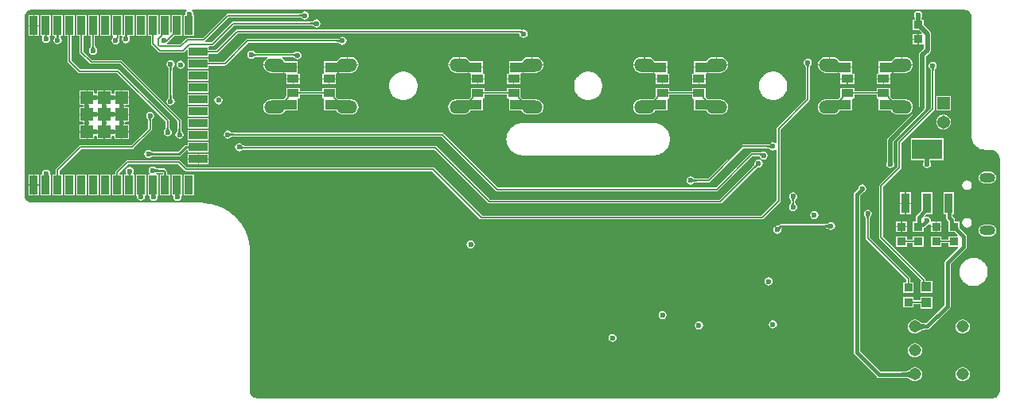
<source format=gtl>
G04*
G04 #@! TF.GenerationSoftware,Altium Limited,Altium Designer,21.9.2 (33)*
G04*
G04 Layer_Physical_Order=1*
G04 Layer_Color=255*
%FSLAX25Y25*%
%MOIN*%
G70*
G04*
G04 #@! TF.SameCoordinates,7D1BAC6E-B471-4F52-9471-A17197207182*
G04*
G04*
G04 #@! TF.FilePolarity,Positive*
G04*
G01*
G75*
%ADD15C,0.01000*%
%ADD16R,0.03937X0.04331*%
%ADD17R,0.03740X0.03543*%
%ADD18R,0.03740X0.08465*%
%ADD19R,0.12795X0.08465*%
%ADD20R,0.11024X0.03937*%
%ADD21R,0.04921X0.03543*%
%ADD22R,0.03543X0.07874*%
%ADD23R,0.07874X0.03543*%
%ADD24R,0.05236X0.05236*%
%ADD41C,0.00800*%
%ADD42C,0.01800*%
%ADD43C,0.02000*%
%ADD44C,0.05386*%
%ADD45R,0.05386X0.05386*%
%ADD46C,0.05150*%
%ADD47O,0.08661X0.05512*%
%ADD48O,0.06693X0.03937*%
%ADD49C,0.02362*%
G36*
X136674Y199785D02*
X136621Y199705D01*
X136575Y199603D01*
X136535Y199478D01*
X136501Y199331D01*
X136473Y199161D01*
X136436Y198755D01*
X136424Y198259D01*
X135624D01*
X135620Y198518D01*
X135574Y199161D01*
X135547Y199331D01*
X135512Y199478D01*
X135472Y199603D01*
X135426Y199705D01*
X135374Y199785D01*
X135315Y199843D01*
X136732D01*
X136674Y199785D01*
D02*
G37*
G36*
X460907Y202611D02*
X461513Y202490D01*
X462083Y202254D01*
X462596Y201911D01*
X463033Y201474D01*
X463376Y200961D01*
X463612Y200391D01*
X463733Y199785D01*
X463733Y199476D01*
X463733Y149575D01*
X463736Y149555D01*
X463734Y149535D01*
X463757Y149053D01*
X463772Y148995D01*
Y148936D01*
X463960Y147990D01*
X463990Y147917D01*
X464006Y147839D01*
X464375Y146948D01*
X464419Y146882D01*
X464449Y146809D01*
X464985Y146007D01*
X465041Y145951D01*
X465085Y145885D01*
X465767Y145203D01*
X465833Y145159D01*
X465889Y145103D01*
X466691Y144567D01*
X466764Y144537D01*
X466830Y144493D01*
X467721Y144124D01*
X467798Y144108D01*
X467872Y144078D01*
X468818Y143890D01*
X468877D01*
X468935Y143875D01*
X469417Y143852D01*
X469437Y143855D01*
X469457Y143851D01*
X471425D01*
X471831Y143851D01*
X472626Y143693D01*
X473376Y143382D01*
X474051Y142931D01*
X474624Y142358D01*
X475075Y141683D01*
X475385Y140934D01*
X475544Y140138D01*
Y139732D01*
X475544Y42587D01*
Y42278D01*
X475423Y41672D01*
X475187Y41102D01*
X474844Y40589D01*
X474407Y40152D01*
X473894Y39809D01*
X473324Y39573D01*
X472718Y39452D01*
X164227D01*
X163621Y39573D01*
X163051Y39809D01*
X162538Y40152D01*
X162101Y40589D01*
X161758Y41102D01*
X161522Y41672D01*
X161401Y42278D01*
X161401Y42587D01*
Y101051D01*
X161399Y101064D01*
X161401Y101077D01*
X161359Y102365D01*
X161350Y102404D01*
X161352Y102443D01*
X161016Y104996D01*
X160999Y105046D01*
X160996Y105099D01*
X160329Y107587D01*
X160306Y107634D01*
X160295Y107686D01*
X159310Y110065D01*
X159281Y110109D01*
X159264Y110159D01*
X157976Y112389D01*
X157941Y112429D01*
X157918Y112476D01*
X156350Y114519D01*
X156310Y114554D01*
X156281Y114598D01*
X154460Y116419D01*
X154416Y116448D01*
X154381Y116488D01*
X152339Y118056D01*
X152291Y118079D01*
X152251Y118114D01*
X150021Y119401D01*
X149971Y119418D01*
X149927Y119448D01*
X147548Y120433D01*
X147496Y120443D01*
X147449Y120467D01*
X144962Y121133D01*
X144909Y121137D01*
X144859Y121154D01*
X142306Y121490D01*
X142266Y121487D01*
X142227Y121496D01*
X140940Y121539D01*
X140927Y121536D01*
X140913Y121539D01*
X70047Y121539D01*
X69739D01*
X69133Y121659D01*
X68563Y121896D01*
X68049Y122239D01*
X67613Y122675D01*
X67270Y123189D01*
X67033Y123759D01*
X66913Y124365D01*
Y124673D01*
Y199476D01*
Y199785D01*
X67033Y200391D01*
X67270Y200961D01*
X67613Y201474D01*
X68049Y201911D01*
X68563Y202254D01*
X69133Y202490D01*
X69739Y202611D01*
X134826D01*
X134978Y202111D01*
X134812Y201999D01*
X134440Y201443D01*
X134310Y200787D01*
X134329Y200688D01*
X134012Y200302D01*
X133679D01*
Y191628D01*
X138022D01*
Y200302D01*
X138022D01*
X137715Y200675D01*
X137738Y200787D01*
X137607Y201443D01*
X137236Y201999D01*
X137069Y202111D01*
X137221Y202611D01*
X460598D01*
X460907Y202611D01*
D02*
G37*
%LPC*%
G36*
X184479Y201911D02*
X183823Y201780D01*
X183267Y201409D01*
X183084Y201135D01*
X183055Y201126D01*
X182939Y201099D01*
X182802Y201077D01*
X182192Y201033D01*
X181946Y201030D01*
X181905Y201012D01*
X152165D01*
X152165Y201012D01*
X151853Y200950D01*
X151589Y200774D01*
X151589Y200774D01*
X141591Y190776D01*
X135236D01*
X135236Y190776D01*
X134924Y190714D01*
X134659Y190537D01*
X134659Y190537D01*
X132142Y188020D01*
X126962D01*
X126846Y188190D01*
X126761Y188457D01*
X127005Y188888D01*
X127269Y189065D01*
X129832Y191628D01*
X133022D01*
Y200302D01*
X128679D01*
Y193045D01*
X128522Y192928D01*
X128022Y193180D01*
Y200302D01*
X123679D01*
Y194672D01*
X123663Y194593D01*
X123663Y194593D01*
Y192481D01*
X123522Y192387D01*
X123022Y192654D01*
Y200302D01*
X118679D01*
Y191628D01*
X120035D01*
Y188205D01*
X120035Y188205D01*
X120097Y187893D01*
X120274Y187628D01*
X123045Y184856D01*
X123310Y184679D01*
X123622Y184617D01*
X123622Y184617D01*
X133380D01*
X133380Y184617D01*
X133693Y184679D01*
X133957Y184856D01*
X134988Y185888D01*
X135450Y185696D01*
Y182828D01*
X144124D01*
Y184184D01*
X147598D01*
X147598Y184184D01*
X147911Y184246D01*
X148175Y184423D01*
X156440Y192688D01*
X274132D01*
X274270Y192520D01*
X274401Y191864D01*
X274772Y191308D01*
X275328Y190936D01*
X275984Y190806D01*
X276640Y190936D01*
X277196Y191308D01*
X277568Y191864D01*
X277698Y192520D01*
X277568Y193176D01*
X277196Y193732D01*
X276640Y194103D01*
X275984Y194234D01*
X275328Y194103D01*
X275319Y194097D01*
X275308Y194107D01*
X275229Y194136D01*
X275047Y194257D01*
X274734Y194320D01*
X274734Y194320D01*
X156102D01*
X156102Y194320D01*
X155790Y194257D01*
X155526Y194081D01*
X155526Y194081D01*
X147260Y185816D01*
X144124D01*
Y187172D01*
X144541Y187373D01*
X145791D01*
X145791Y187373D01*
X146104Y187435D01*
X146368Y187612D01*
X154791Y196035D01*
X186667D01*
X186706Y196018D01*
X187188Y196006D01*
X187564Y195971D01*
X187705Y195948D01*
X187821Y195922D01*
X187850Y195912D01*
X188033Y195638D01*
X188589Y195267D01*
X189245Y195136D01*
X189901Y195267D01*
X190457Y195638D01*
X190829Y196195D01*
X190959Y196850D01*
X190829Y197506D01*
X190457Y198062D01*
X189901Y198434D01*
X189245Y198564D01*
X188589Y198434D01*
X188033Y198062D01*
X187850Y197789D01*
X187821Y197779D01*
X187705Y197753D01*
X187568Y197730D01*
X186958Y197686D01*
X186711Y197683D01*
X186671Y197666D01*
X154453D01*
X154141Y197604D01*
X153876Y197427D01*
X153876Y197427D01*
X145454Y189005D01*
X142808D01*
X142790Y189028D01*
X142627Y189505D01*
X152503Y199381D01*
X181901D01*
X181940Y199364D01*
X182422Y199352D01*
X182798Y199318D01*
X182939Y199295D01*
X183055Y199268D01*
X183084Y199258D01*
X183267Y198985D01*
X183823Y198613D01*
X184479Y198483D01*
X185135Y198613D01*
X185691Y198985D01*
X186063Y199541D01*
X186193Y200197D01*
X186063Y200853D01*
X185691Y201409D01*
X185135Y201780D01*
X184479Y201911D01*
D02*
G37*
G36*
X73022Y200302D02*
X71050D01*
Y196165D01*
X73022D01*
Y200302D01*
D02*
G37*
G36*
X70650D02*
X68679D01*
Y196165D01*
X70650D01*
Y200302D01*
D02*
G37*
G36*
X113022D02*
X108679D01*
Y194672D01*
X108663Y194593D01*
X108663Y194593D01*
Y192808D01*
X108646Y192769D01*
X108647Y192766D01*
X108646Y192763D01*
X108643Y192510D01*
X108634Y192290D01*
X108619Y192133D01*
X108522Y192070D01*
X108026Y192339D01*
X108022Y192349D01*
Y200302D01*
X103679D01*
Y191628D01*
X103982D01*
X104133Y191128D01*
X103906Y190976D01*
X103534Y190420D01*
X103404Y189764D01*
X103534Y189108D01*
X103906Y188552D01*
X104462Y188180D01*
X105118Y188050D01*
X105774Y188180D01*
X106330Y188552D01*
X106702Y189108D01*
X106832Y189764D01*
X106702Y190420D01*
X106618Y190545D01*
X106659Y190608D01*
X106721Y190920D01*
Y191628D01*
X107630Y191628D01*
X107639D01*
X107639D01*
X107767Y191628D01*
X108039Y191135D01*
X107865Y190875D01*
X107735Y190219D01*
X107865Y189563D01*
X108237Y189007D01*
X108793Y188635D01*
X109449Y188505D01*
X110105Y188635D01*
X110661Y189007D01*
X111032Y189563D01*
X111163Y190219D01*
X111032Y190875D01*
X110863Y191128D01*
X111131Y191628D01*
X113022D01*
Y200302D01*
D02*
G37*
G36*
X118022D02*
X113679D01*
Y191628D01*
X118022D01*
Y200302D01*
D02*
G37*
G36*
X103022D02*
X98679D01*
Y191628D01*
X103022D01*
Y200302D01*
D02*
G37*
G36*
X73022Y195765D02*
X71050D01*
Y191628D01*
X73022D01*
Y195765D01*
D02*
G37*
G36*
X70650D02*
X68679D01*
Y191628D01*
X70650D01*
Y195765D01*
D02*
G37*
G36*
X441139Y192428D02*
X439069D01*
Y190456D01*
X441139D01*
Y192428D01*
D02*
G37*
G36*
X78022Y200302D02*
X73679D01*
Y191628D01*
X74224D01*
X74491Y191128D01*
X74401Y190992D01*
X74270Y190336D01*
X74401Y189680D01*
X74772Y189124D01*
X75328Y188753D01*
X75984Y188622D01*
X76640Y188753D01*
X77196Y189124D01*
X77568Y189680D01*
X77698Y190336D01*
X77568Y190992D01*
X77477Y191128D01*
X77745Y191628D01*
X78022D01*
Y200302D01*
D02*
G37*
G36*
X83022D02*
X78679D01*
Y191628D01*
X79272D01*
X79643Y191184D01*
X79638Y191031D01*
X79638Y191031D01*
X79267Y190475D01*
X79136Y189819D01*
X79267Y189163D01*
X79638Y188607D01*
X80194Y188235D01*
X80850Y188105D01*
X81506Y188235D01*
X82062Y188607D01*
X82434Y189163D01*
X82564Y189819D01*
X82434Y190475D01*
X82062Y191031D01*
X82062Y191031D01*
X82058Y191183D01*
X82436Y191628D01*
X83022D01*
Y200302D01*
D02*
G37*
G36*
X441139Y190056D02*
X439069D01*
Y188084D01*
X441139D01*
Y190056D01*
D02*
G37*
G36*
X200189Y191281D02*
X199533Y191150D01*
X198977Y190779D01*
X198794Y190505D01*
X198764Y190496D01*
X198649Y190469D01*
X198512Y190447D01*
X197901Y190403D01*
X197655Y190400D01*
X197615Y190383D01*
X160433D01*
X160121Y190321D01*
X159856Y190144D01*
X159856Y190144D01*
X150528Y180816D01*
X144124D01*
Y182172D01*
X135450D01*
Y177828D01*
X144124D01*
Y179184D01*
X150866D01*
X150866Y179184D01*
X151178Y179246D01*
X151443Y179423D01*
X160771Y188751D01*
X197611D01*
X197650Y188734D01*
X198131Y188722D01*
X198508Y188688D01*
X198649Y188665D01*
X198765Y188638D01*
X198794Y188628D01*
X198977Y188355D01*
X199533Y187983D01*
X200189Y187853D01*
X200845Y187983D01*
X201401Y188355D01*
X201772Y188911D01*
X201903Y189567D01*
X201772Y190223D01*
X201401Y190779D01*
X200845Y191150D01*
X200189Y191281D01*
D02*
G37*
G36*
X98022Y200302D02*
X93679D01*
Y191628D01*
X94854D01*
Y188011D01*
X94836Y187972D01*
X94824Y187491D01*
X94790Y187114D01*
X94767Y186973D01*
X94740Y186857D01*
X94731Y186828D01*
X94457Y186645D01*
X94086Y186089D01*
X93955Y185433D01*
X94086Y184777D01*
X94457Y184221D01*
X95013Y183850D01*
X95669Y183719D01*
X96325Y183850D01*
X96881Y184221D01*
X97253Y184777D01*
X97383Y185433D01*
X97253Y186089D01*
X96881Y186645D01*
X96608Y186828D01*
X96598Y186858D01*
X96571Y186973D01*
X96549Y187110D01*
X96505Y187721D01*
X96502Y187967D01*
X96485Y188007D01*
Y191628D01*
X98022D01*
Y200302D01*
D02*
G37*
G36*
X162008Y185375D02*
X161352Y185245D01*
X160796Y184873D01*
X160424Y184317D01*
X160294Y183661D01*
X160424Y183005D01*
X160796Y182449D01*
X161352Y182078D01*
X162008Y181947D01*
X162664Y182078D01*
X163220Y182449D01*
X163403Y182723D01*
X163432Y182732D01*
X163548Y182759D01*
X163685Y182782D01*
X164295Y182826D01*
X164542Y182828D01*
X164582Y182846D01*
X168774D01*
X168873Y182346D01*
X168652Y182254D01*
X167993Y181748D01*
X167487Y181089D01*
X167169Y180321D01*
X167087Y179698D01*
X171819D01*
Y179298D01*
X167087D01*
X167169Y178674D01*
X167487Y177906D01*
X167993Y177247D01*
X168652Y176741D01*
X169420Y176423D01*
X169647Y176393D01*
Y176145D01*
X175359D01*
Y178513D01*
X175559D01*
Y178713D01*
X181471D01*
Y180882D01*
X176236D01*
X176150Y181089D01*
X175645Y181748D01*
X174985Y182254D01*
X174764Y182346D01*
X174864Y182846D01*
X178625D01*
X178641Y182835D01*
X178678Y182843D01*
X178713Y182828D01*
X178962Y182825D01*
X179386Y182800D01*
X179548Y182779D01*
X179685Y182754D01*
X179766Y182733D01*
X180087Y182253D01*
X180643Y181881D01*
X181299Y181751D01*
X181955Y181881D01*
X182511Y182253D01*
X182883Y182809D01*
X183013Y183465D01*
X182883Y184121D01*
X182511Y184677D01*
X181955Y185048D01*
X181299Y185179D01*
X180643Y185048D01*
X180087Y184677D01*
X180025Y184584D01*
X180000Y184578D01*
X179887Y184556D01*
X179103Y184497D01*
X178858Y184494D01*
X178818Y184477D01*
X164586D01*
X164547Y184494D01*
X164065Y184506D01*
X163689Y184541D01*
X163548Y184564D01*
X163432Y184590D01*
X163403Y184600D01*
X163220Y184873D01*
X162664Y185245D01*
X162008Y185375D01*
D02*
G37*
G36*
X435992Y182681D02*
X434617D01*
Y179698D01*
X439149D01*
X439067Y180321D01*
X438749Y181089D01*
X438243Y181748D01*
X437584Y182254D01*
X436816Y182572D01*
X435992Y182681D01*
D02*
G37*
G36*
X403902D02*
X402528D01*
X401704Y182572D01*
X400936Y182254D01*
X400277Y181748D01*
X399771Y181089D01*
X399453Y180321D01*
X399371Y179698D01*
X403902D01*
Y182681D01*
D02*
G37*
G36*
X358564D02*
X357189D01*
Y179698D01*
X361721D01*
X361639Y180321D01*
X361321Y181089D01*
X360815Y181748D01*
X360156Y182254D01*
X359388Y182572D01*
X358564Y182681D01*
D02*
G37*
G36*
X326474D02*
X325100D01*
X324276Y182572D01*
X323508Y182254D01*
X322849Y181748D01*
X322343Y181089D01*
X322025Y180321D01*
X321943Y179698D01*
X326474D01*
Y182681D01*
D02*
G37*
G36*
X281136D02*
X279762D01*
Y179698D01*
X284293D01*
X284211Y180321D01*
X283893Y181089D01*
X283387Y181748D01*
X282728Y182254D01*
X281960Y182572D01*
X281136Y182681D01*
D02*
G37*
G36*
X249047D02*
X247672D01*
X246848Y182572D01*
X246080Y182254D01*
X245421Y181748D01*
X244915Y181089D01*
X244597Y180321D01*
X244515Y179698D01*
X249047D01*
Y182681D01*
D02*
G37*
G36*
X203709D02*
X202334D01*
Y179698D01*
X206866D01*
X206783Y180321D01*
X206465Y181089D01*
X205960Y181748D01*
X205300Y182254D01*
X204533Y182572D01*
X203709Y182681D01*
D02*
G37*
G36*
X132283Y181242D02*
X131628Y181111D01*
X131071Y180740D01*
X130700Y180183D01*
X130569Y179528D01*
X130700Y178872D01*
X131071Y178316D01*
X131628Y177944D01*
X132283Y177813D01*
X132939Y177944D01*
X133495Y178316D01*
X133867Y178872D01*
X133997Y179528D01*
X133867Y180183D01*
X133495Y180740D01*
X132939Y181111D01*
X132283Y181242D01*
D02*
G37*
G36*
X434217Y182681D02*
X432842D01*
X432019Y182572D01*
X431251Y182254D01*
X430592Y181748D01*
X430086Y181089D01*
X430000Y180882D01*
X424765D01*
Y178713D01*
X430677D01*
Y178513D01*
X430877D01*
Y176145D01*
X436589D01*
Y176393D01*
X436816Y176423D01*
X437584Y176741D01*
X438243Y177247D01*
X438749Y177906D01*
X439067Y178674D01*
X439149Y179298D01*
X434417D01*
Y179498D01*
X434217D01*
Y182681D01*
D02*
G37*
G36*
X405677D02*
X404302D01*
Y179498D01*
X404102D01*
Y179298D01*
X399371D01*
X399453Y178674D01*
X399771Y177906D01*
X400277Y177247D01*
X400936Y176741D01*
X401704Y176423D01*
X401931Y176393D01*
Y176145D01*
X407643D01*
Y178513D01*
X407842D01*
Y178713D01*
X413754D01*
Y180882D01*
X408520D01*
X408434Y181089D01*
X407928Y181748D01*
X407269Y182254D01*
X406501Y182572D01*
X405677Y182681D01*
D02*
G37*
G36*
X356789D02*
X355415D01*
X354591Y182572D01*
X353823Y182254D01*
X353164Y181748D01*
X352658Y181089D01*
X352572Y180882D01*
X347338D01*
Y178713D01*
X353249D01*
Y178513D01*
X353449D01*
Y176145D01*
X359161D01*
Y176393D01*
X359388Y176423D01*
X360156Y176741D01*
X360815Y177247D01*
X361321Y177906D01*
X361639Y178674D01*
X361721Y179298D01*
X356990D01*
Y179498D01*
X356789D01*
Y182681D01*
D02*
G37*
G36*
X328249D02*
X326874D01*
Y179498D01*
X326675D01*
Y179298D01*
X321943D01*
X322025Y178674D01*
X322343Y177906D01*
X322849Y177247D01*
X323508Y176741D01*
X324276Y176423D01*
X324503Y176393D01*
Y176145D01*
X330215D01*
Y178513D01*
X330415D01*
Y178713D01*
X336327D01*
Y180882D01*
X331092D01*
X331006Y181089D01*
X330500Y181748D01*
X329841Y182254D01*
X329073Y182572D01*
X328249Y182681D01*
D02*
G37*
G36*
X279362D02*
X277987D01*
X277163Y182572D01*
X276395Y182254D01*
X275736Y181748D01*
X275230Y181089D01*
X275144Y180882D01*
X269910D01*
Y178713D01*
X275821D01*
Y178513D01*
X276022D01*
Y176145D01*
X281733D01*
Y176393D01*
X281960Y176423D01*
X282728Y176741D01*
X283387Y177247D01*
X283893Y177906D01*
X284211Y178674D01*
X284293Y179298D01*
X279562D01*
Y179498D01*
X279362D01*
Y182681D01*
D02*
G37*
G36*
X250821D02*
X249447D01*
Y179498D01*
X249247D01*
Y179298D01*
X244515D01*
X244597Y178674D01*
X244915Y177906D01*
X245421Y177247D01*
X246080Y176741D01*
X246848Y176423D01*
X247075Y176393D01*
Y176145D01*
X252787D01*
Y178513D01*
X252987D01*
Y178713D01*
X258899D01*
Y180882D01*
X253664D01*
X253578Y181089D01*
X253072Y181748D01*
X252413Y182254D01*
X251645Y182572D01*
X250821Y182681D01*
D02*
G37*
G36*
X201934D02*
X200559D01*
X199735Y182572D01*
X198968Y182254D01*
X198308Y181748D01*
X197802Y181089D01*
X197716Y180882D01*
X192482D01*
Y178713D01*
X198394D01*
Y178513D01*
X198594D01*
Y176145D01*
X204306D01*
Y176393D01*
X204533Y176423D01*
X205300Y176741D01*
X205960Y177247D01*
X206465Y177906D01*
X206783Y178674D01*
X206866Y179298D01*
X202134D01*
Y179498D01*
X201934D01*
Y182681D01*
D02*
G37*
G36*
X430477Y178313D02*
X424765D01*
Y176264D01*
X424765Y176145D01*
X424478Y175764D01*
X423978D01*
Y173792D01*
X429699D01*
Y175645D01*
X429699Y175764D01*
X429986Y176145D01*
X430477D01*
Y178313D01*
D02*
G37*
G36*
X413754D02*
X408042D01*
Y176145D01*
X408533D01*
X408820Y175764D01*
X408820Y175645D01*
Y173792D01*
X414542D01*
Y175764D01*
X414041D01*
X413754Y176145D01*
X413754Y176264D01*
Y178313D01*
D02*
G37*
G36*
X353049D02*
X347338D01*
Y176264D01*
X347338Y176145D01*
X347050Y175764D01*
X346550D01*
Y173792D01*
X352271D01*
Y175645D01*
X352271Y175764D01*
X352558Y176145D01*
X353049D01*
Y178313D01*
D02*
G37*
G36*
X336327D02*
X330615D01*
Y176145D01*
X331106D01*
X331393Y175764D01*
X331393Y175645D01*
Y173792D01*
X337114D01*
Y175764D01*
X336613D01*
X336327Y176145D01*
X336327Y176264D01*
Y178313D01*
D02*
G37*
G36*
X275622D02*
X269910D01*
Y176264D01*
X269910Y176145D01*
X269623Y175764D01*
X269122D01*
Y173792D01*
X274844D01*
Y175645D01*
X274844Y175764D01*
X275131Y176145D01*
X275622D01*
Y178313D01*
D02*
G37*
G36*
X258899D02*
X253187D01*
Y176145D01*
X253678D01*
X253965Y175764D01*
X253965Y175645D01*
Y173792D01*
X259686D01*
Y175764D01*
X259186D01*
X258899Y176145D01*
X258899Y176264D01*
Y178313D01*
D02*
G37*
G36*
X198194D02*
X192482D01*
Y176264D01*
X192482Y176145D01*
X192195Y175764D01*
X191694D01*
Y173792D01*
X197416D01*
Y175645D01*
X197416Y175764D01*
X197703Y176145D01*
X198194D01*
Y178313D01*
D02*
G37*
G36*
X181471D02*
X175759D01*
Y176145D01*
X176250D01*
X176537Y175764D01*
X176537Y175645D01*
Y173792D01*
X182258D01*
Y175764D01*
X181758D01*
X181471Y176145D01*
X181471Y176264D01*
Y178313D01*
D02*
G37*
G36*
X144124Y177172D02*
X135450D01*
Y172828D01*
X144124D01*
Y177172D01*
D02*
G37*
G36*
X429699Y173392D02*
X427039D01*
Y171420D01*
X429699D01*
Y173392D01*
D02*
G37*
G36*
X426639D02*
X423978D01*
Y171420D01*
X426639D01*
Y173392D01*
D02*
G37*
G36*
X414542D02*
X411881D01*
Y171420D01*
X414542D01*
Y173392D01*
D02*
G37*
G36*
X411481D02*
X408820D01*
Y171420D01*
X411481D01*
Y173392D01*
D02*
G37*
G36*
X352271D02*
X349611D01*
Y171420D01*
X352271D01*
Y173392D01*
D02*
G37*
G36*
X349211D02*
X346550D01*
Y171420D01*
X349211D01*
Y173392D01*
D02*
G37*
G36*
X337114D02*
X334453D01*
Y171420D01*
X337114D01*
Y173392D01*
D02*
G37*
G36*
X334053D02*
X331393D01*
Y171420D01*
X334053D01*
Y173392D01*
D02*
G37*
G36*
X274844D02*
X272183D01*
Y171420D01*
X274844D01*
Y173392D01*
D02*
G37*
G36*
X271783D02*
X269122D01*
Y171420D01*
X271783D01*
Y173392D01*
D02*
G37*
G36*
X259686D02*
X257026D01*
Y171420D01*
X259686D01*
Y173392D01*
D02*
G37*
G36*
X256626D02*
X253965D01*
Y171420D01*
X256626D01*
Y173392D01*
D02*
G37*
G36*
X197416D02*
X194755D01*
Y171420D01*
X197416D01*
Y173392D01*
D02*
G37*
G36*
X194355D02*
X191694D01*
Y171420D01*
X194355D01*
Y173392D01*
D02*
G37*
G36*
X182258D02*
X179598D01*
Y171420D01*
X182258D01*
Y173392D01*
D02*
G37*
G36*
X179198D02*
X176537D01*
Y171420D01*
X179198D01*
Y173392D01*
D02*
G37*
G36*
X429699Y169858D02*
X423978D01*
Y168502D01*
X414542D01*
Y169858D01*
X408820D01*
Y166394D01*
X408805Y166315D01*
X408805Y166315D01*
Y165964D01*
X407975Y165134D01*
X401931D01*
Y164886D01*
X401704Y164856D01*
X400936Y164538D01*
X400277Y164032D01*
X399771Y163373D01*
X399453Y162605D01*
X399344Y161781D01*
X399453Y160957D01*
X399771Y160189D01*
X400277Y159530D01*
X400936Y159024D01*
X401704Y158706D01*
X402528Y158598D01*
X405677D01*
X406501Y158706D01*
X407269Y159024D01*
X407928Y159530D01*
X408434Y160189D01*
X408520Y160397D01*
X413754D01*
Y165134D01*
X414041Y165515D01*
X414542D01*
Y166871D01*
X423978D01*
Y165515D01*
X424478D01*
X424765Y165134D01*
Y160397D01*
X430000D01*
X430086Y160189D01*
X430592Y159530D01*
X431251Y159024D01*
X432019Y158706D01*
X432842Y158598D01*
X435992D01*
X436816Y158706D01*
X437584Y159024D01*
X438243Y159530D01*
X438749Y160189D01*
X439067Y160957D01*
X439175Y161781D01*
X439067Y162605D01*
X438749Y163373D01*
X438243Y164032D01*
X437584Y164538D01*
X436816Y164856D01*
X436589Y164886D01*
Y165134D01*
X430545D01*
X429715Y165964D01*
Y166315D01*
X429715Y166315D01*
X429699Y166394D01*
Y169858D01*
D02*
G37*
G36*
X352271D02*
X346550D01*
Y168502D01*
X337114D01*
Y169858D01*
X331393D01*
Y166394D01*
X331377Y166315D01*
X331377Y166315D01*
Y165964D01*
X330547Y165134D01*
X324503D01*
Y164886D01*
X324276Y164856D01*
X323508Y164538D01*
X322849Y164032D01*
X322343Y163373D01*
X322025Y162605D01*
X321917Y161781D01*
X322025Y160957D01*
X322343Y160189D01*
X322849Y159530D01*
X323508Y159024D01*
X324276Y158706D01*
X325100Y158598D01*
X328249D01*
X329073Y158706D01*
X329841Y159024D01*
X330500Y159530D01*
X331006Y160189D01*
X331092Y160397D01*
X336327D01*
Y165134D01*
X336613Y165515D01*
X337114D01*
Y166871D01*
X346550D01*
Y165515D01*
X347050D01*
X347338Y165134D01*
Y160397D01*
X352572D01*
X352658Y160189D01*
X353164Y159530D01*
X353823Y159024D01*
X354591Y158706D01*
X355415Y158598D01*
X358564D01*
X359388Y158706D01*
X360156Y159024D01*
X360815Y159530D01*
X361321Y160189D01*
X361639Y160957D01*
X361747Y161781D01*
X361639Y162605D01*
X361321Y163373D01*
X360815Y164032D01*
X360156Y164538D01*
X359388Y164856D01*
X359161Y164886D01*
Y165134D01*
X353117D01*
X352287Y165964D01*
Y166315D01*
X352287Y166315D01*
X352271Y166394D01*
Y169858D01*
D02*
G37*
G36*
X197416D02*
X191694D01*
Y168502D01*
X182258D01*
Y169858D01*
X176537D01*
Y166394D01*
X176521Y166315D01*
X176521Y166315D01*
Y165964D01*
X175691Y165134D01*
X169647D01*
Y164886D01*
X169420Y164856D01*
X168652Y164538D01*
X167993Y164032D01*
X167487Y163373D01*
X167169Y162605D01*
X167061Y161781D01*
X167169Y160957D01*
X167487Y160189D01*
X167993Y159530D01*
X168652Y159024D01*
X169420Y158706D01*
X170244Y158598D01*
X173394D01*
X174218Y158706D01*
X174985Y159024D01*
X175645Y159530D01*
X176150Y160189D01*
X176236Y160397D01*
X181471D01*
Y165134D01*
X181758Y165515D01*
X182258D01*
Y166871D01*
X191694D01*
Y165515D01*
X192195D01*
X192482Y165134D01*
Y160397D01*
X197716D01*
X197802Y160189D01*
X198308Y159530D01*
X198968Y159024D01*
X199735Y158706D01*
X200559Y158598D01*
X203709D01*
X204533Y158706D01*
X205300Y159024D01*
X205960Y159530D01*
X206465Y160189D01*
X206783Y160957D01*
X206892Y161781D01*
X206783Y162605D01*
X206465Y163373D01*
X205960Y164032D01*
X205300Y164538D01*
X204533Y164856D01*
X204306Y164886D01*
Y165134D01*
X198261D01*
X197431Y165964D01*
Y166315D01*
X197431Y166315D01*
X197416Y166394D01*
Y169858D01*
D02*
G37*
G36*
X144124Y172172D02*
X135450D01*
Y167828D01*
X144124D01*
Y172172D01*
D02*
G37*
G36*
X107402Y168806D02*
X104584D01*
Y167675D01*
X104198Y167358D01*
X104190Y167360D01*
Y165787D01*
X103790D01*
Y167360D01*
X103783Y167358D01*
X103396Y167675D01*
Y168806D01*
X100578D01*
Y165787D01*
X100178D01*
Y168806D01*
X97360D01*
Y167675D01*
X96973Y167358D01*
X96966Y167360D01*
Y165787D01*
X96566D01*
Y167360D01*
X96558Y167358D01*
X96172Y167675D01*
Y168806D01*
X93353D01*
Y165787D01*
X93154D01*
Y165587D01*
X90135D01*
Y162769D01*
X91265D01*
X91583Y162383D01*
X91581Y162375D01*
X93154D01*
Y161975D01*
X91581D01*
X91583Y161968D01*
X91265Y161581D01*
X90135D01*
Y158763D01*
X93154D01*
Y158363D01*
X90135D01*
Y155545D01*
X91265D01*
X91583Y155158D01*
X91581Y155151D01*
X93154D01*
Y154751D01*
X91581D01*
X91583Y154743D01*
X91265Y154357D01*
X90135D01*
Y151539D01*
X93154D01*
Y151339D01*
X93353D01*
Y148320D01*
X96172D01*
Y149451D01*
X96558Y149768D01*
X96566Y149766D01*
Y151339D01*
X96966D01*
Y149766D01*
X96973Y149768D01*
X97360Y149451D01*
Y148320D01*
X100178D01*
Y151339D01*
X100578D01*
Y148320D01*
X103396D01*
Y149451D01*
X103783Y149768D01*
X103790Y149766D01*
Y151339D01*
X104190D01*
Y149766D01*
X104198Y149768D01*
X104584Y149451D01*
Y148320D01*
X107402D01*
Y151339D01*
X107602D01*
Y151539D01*
X110620D01*
Y154357D01*
X109490D01*
X109173Y154743D01*
X109175Y154751D01*
X107602D01*
Y155151D01*
X109175D01*
X109173Y155158D01*
X109490Y155545D01*
X110620D01*
Y158363D01*
X107602D01*
Y158763D01*
X110620D01*
Y161581D01*
X109490D01*
X109173Y161968D01*
X109175Y161975D01*
X107602D01*
Y162375D01*
X109175D01*
X109173Y162383D01*
X109490Y162769D01*
X110620D01*
Y165587D01*
X107602D01*
Y165787D01*
X107402D01*
Y168806D01*
D02*
G37*
G36*
X110620D02*
X107802D01*
Y165987D01*
X110620D01*
Y168806D01*
D02*
G37*
G36*
X92953D02*
X90135D01*
Y165987D01*
X92953D01*
Y168806D01*
D02*
G37*
G36*
X381050Y176559D02*
X380042D01*
X379964Y176543D01*
X379885D01*
X378896Y176347D01*
X378823Y176316D01*
X378746Y176301D01*
X377814Y175915D01*
X377749Y175871D01*
X377676Y175841D01*
X376837Y175281D01*
X376781Y175225D01*
X376716Y175181D01*
X376003Y174468D01*
X375959Y174402D01*
X375903Y174346D01*
X375343Y173508D01*
X375312Y173435D01*
X375269Y173369D01*
X374883Y172438D01*
X374867Y172360D01*
X374837Y172287D01*
X374640Y171299D01*
Y171220D01*
X374625Y171142D01*
Y170134D01*
X374640Y170056D01*
Y169977D01*
X374837Y168988D01*
X374867Y168915D01*
X374883Y168838D01*
X375269Y167906D01*
X375312Y167841D01*
X375343Y167767D01*
X375903Y166929D01*
X375959Y166873D01*
X376003Y166807D01*
X376716Y166095D01*
X376781Y166051D01*
X376837Y165995D01*
X377676Y165435D01*
X377749Y165404D01*
X377814Y165360D01*
X378746Y164975D01*
X378823Y164959D01*
X378896Y164929D01*
X379885Y164732D01*
X379964D01*
X380042Y164717D01*
X381050D01*
X381128Y164732D01*
X381207D01*
X382195Y164929D01*
X382269Y164959D01*
X382346Y164975D01*
X383278Y165360D01*
X383343Y165404D01*
X383416Y165435D01*
X384255Y165995D01*
X384310Y166051D01*
X384376Y166095D01*
X385089Y166807D01*
X385133Y166873D01*
X385189Y166929D01*
X385749Y167767D01*
X385779Y167841D01*
X385823Y167906D01*
X386209Y168838D01*
X386225Y168915D01*
X386255Y168988D01*
X386451Y169977D01*
Y170056D01*
X386467Y170134D01*
Y171142D01*
X386451Y171219D01*
Y171299D01*
X386255Y172287D01*
X386225Y172360D01*
X386209Y172438D01*
X385823Y173369D01*
X385779Y173435D01*
X385749Y173508D01*
X385189Y174346D01*
X385133Y174402D01*
X385089Y174468D01*
X384376Y175181D01*
X384310Y175225D01*
X384255Y175281D01*
X383416Y175841D01*
X383343Y175871D01*
X383278Y175915D01*
X382346Y176301D01*
X382269Y176316D01*
X382195Y176347D01*
X381207Y176543D01*
X381128D01*
X381050Y176559D01*
D02*
G37*
G36*
X303622D02*
X302614D01*
X302537Y176543D01*
X302457D01*
X301469Y176347D01*
X301396Y176316D01*
X301318Y176301D01*
X300387Y175915D01*
X300321Y175871D01*
X300248Y175841D01*
X299410Y175281D01*
X299354Y175225D01*
X299288Y175181D01*
X298575Y174468D01*
X298531Y174402D01*
X298475Y174346D01*
X297915Y173508D01*
X297885Y173435D01*
X297841Y173369D01*
X297455Y172438D01*
X297440Y172360D01*
X297409Y172287D01*
X297213Y171299D01*
Y171220D01*
X297197Y171142D01*
Y170134D01*
X297213Y170056D01*
Y169977D01*
X297409Y168988D01*
X297440Y168915D01*
X297455Y168838D01*
X297841Y167906D01*
X297885Y167841D01*
X297915Y167767D01*
X298475Y166929D01*
X298531Y166873D01*
X298575Y166807D01*
X299288Y166095D01*
X299354Y166051D01*
X299410Y165995D01*
X300248Y165435D01*
X300321Y165404D01*
X300387Y165360D01*
X301318Y164975D01*
X301396Y164959D01*
X301469Y164929D01*
X302457Y164732D01*
X302536D01*
X302614Y164717D01*
X303622D01*
X303700Y164732D01*
X303779D01*
X304768Y164929D01*
X304841Y164959D01*
X304918Y164975D01*
X305850Y165360D01*
X305915Y165404D01*
X305989Y165435D01*
X306827Y165995D01*
X306883Y166051D01*
X306948Y166095D01*
X307661Y166807D01*
X307705Y166873D01*
X307761Y166929D01*
X308321Y167767D01*
X308351Y167841D01*
X308395Y167906D01*
X308781Y168838D01*
X308797Y168915D01*
X308827Y168988D01*
X309024Y169977D01*
Y170056D01*
X309039Y170134D01*
Y171142D01*
X309024Y171219D01*
Y171299D01*
X308827Y172287D01*
X308797Y172360D01*
X308781Y172438D01*
X308395Y173369D01*
X308351Y173435D01*
X308321Y173508D01*
X307761Y174346D01*
X307705Y174402D01*
X307661Y174468D01*
X306948Y175181D01*
X306883Y175225D01*
X306827Y175281D01*
X305989Y175841D01*
X305915Y175871D01*
X305850Y175915D01*
X304918Y176301D01*
X304841Y176316D01*
X304768Y176347D01*
X303779Y176543D01*
X303700D01*
X303622Y176559D01*
D02*
G37*
G36*
X226194D02*
X225186D01*
X225109Y176543D01*
X225030D01*
X224041Y176347D01*
X223968Y176316D01*
X223890Y176301D01*
X222959Y175915D01*
X222893Y175871D01*
X222820Y175841D01*
X221982Y175281D01*
X221926Y175225D01*
X221860Y175181D01*
X221147Y174468D01*
X221103Y174402D01*
X221047Y174346D01*
X220487Y173508D01*
X220457Y173435D01*
X220413Y173369D01*
X220027Y172438D01*
X220012Y172360D01*
X219981Y172287D01*
X219785Y171299D01*
Y171220D01*
X219769Y171142D01*
Y170134D01*
X219785Y170056D01*
Y169977D01*
X219981Y168988D01*
X220012Y168915D01*
X220027Y168838D01*
X220413Y167906D01*
X220457Y167841D01*
X220487Y167767D01*
X221047Y166929D01*
X221103Y166873D01*
X221147Y166807D01*
X221860Y166095D01*
X221926Y166051D01*
X221982Y165995D01*
X222820Y165435D01*
X222893Y165404D01*
X222959Y165360D01*
X223890Y164975D01*
X223968Y164959D01*
X224041Y164929D01*
X225030Y164732D01*
X225109D01*
X225186Y164717D01*
X226194D01*
X226272Y164732D01*
X226351D01*
X227340Y164929D01*
X227413Y164959D01*
X227490Y164975D01*
X228422Y165360D01*
X228488Y165404D01*
X228561Y165435D01*
X229399Y165995D01*
X229455Y166051D01*
X229521Y166095D01*
X230234Y166807D01*
X230277Y166873D01*
X230333Y166929D01*
X230893Y167767D01*
X230924Y167841D01*
X230968Y167906D01*
X231353Y168838D01*
X231369Y168915D01*
X231399Y168988D01*
X231596Y169977D01*
Y170056D01*
X231611Y170134D01*
Y171142D01*
X231596Y171219D01*
Y171299D01*
X231399Y172287D01*
X231369Y172360D01*
X231353Y172438D01*
X230968Y173369D01*
X230924Y173435D01*
X230893Y173508D01*
X230333Y174346D01*
X230277Y174402D01*
X230234Y174468D01*
X229521Y175181D01*
X229455Y175225D01*
X229399Y175281D01*
X228561Y175841D01*
X228488Y175871D01*
X228422Y175915D01*
X227490Y176301D01*
X227413Y176316D01*
X227340Y176347D01*
X226351Y176543D01*
X226272D01*
X226194Y176559D01*
D02*
G37*
G36*
X148228Y166281D02*
X147572Y166150D01*
X147016Y165779D01*
X146645Y165223D01*
X146514Y164567D01*
X146645Y163911D01*
X147016Y163355D01*
X147572Y162983D01*
X148228Y162853D01*
X148884Y162983D01*
X149440Y163355D01*
X149812Y163911D01*
X149942Y164567D01*
X149812Y165223D01*
X149440Y165779D01*
X148884Y166150D01*
X148228Y166281D01*
D02*
G37*
G36*
X144124Y167172D02*
X135450D01*
Y162828D01*
X144124D01*
Y167172D01*
D02*
G37*
G36*
X128150Y181438D02*
X127494Y181308D01*
X126938Y180936D01*
X126566Y180380D01*
X126436Y179724D01*
X126566Y179069D01*
X126938Y178512D01*
X127211Y178330D01*
X127221Y178300D01*
X127247Y178184D01*
X127270Y178048D01*
X127314Y177437D01*
X127317Y177191D01*
X127334Y177150D01*
Y166751D01*
X127317Y166713D01*
X127305Y166231D01*
X127270Y165854D01*
X127247Y165714D01*
X127221Y165598D01*
X127211Y165568D01*
X126938Y165385D01*
X126566Y164829D01*
X126436Y164173D01*
X126566Y163517D01*
X126938Y162961D01*
X127494Y162590D01*
X128150Y162459D01*
X128805Y162590D01*
X129362Y162961D01*
X129733Y163517D01*
X129864Y164173D01*
X129733Y164829D01*
X129362Y165385D01*
X129088Y165568D01*
X129078Y165598D01*
X129052Y165714D01*
X129029Y165850D01*
X128986Y166461D01*
X128982Y166707D01*
X128965Y166747D01*
Y177146D01*
X128982Y177185D01*
X128994Y177667D01*
X129029Y178043D01*
X129052Y178184D01*
X129078Y178300D01*
X129088Y178330D01*
X129362Y178512D01*
X129733Y179069D01*
X129864Y179724D01*
X129733Y180380D01*
X129362Y180936D01*
X128805Y181308D01*
X128150Y181438D01*
D02*
G37*
G36*
X455061Y166479D02*
X448876D01*
Y160293D01*
X455061D01*
Y166479D01*
D02*
G37*
G36*
X258197Y169874D02*
X258118Y169858D01*
X253965D01*
Y166394D01*
X253949Y166315D01*
X253949Y166315D01*
Y165964D01*
X253119Y165134D01*
X247075D01*
Y164886D01*
X246848Y164856D01*
X246080Y164538D01*
X245421Y164032D01*
X244915Y163373D01*
X244597Y162605D01*
X244489Y161781D01*
X244597Y160957D01*
X244915Y160189D01*
X245421Y159530D01*
X246080Y159024D01*
X246848Y158706D01*
X247672Y158598D01*
X250821D01*
X251645Y158706D01*
X252413Y159024D01*
X253072Y159530D01*
X253578Y160189D01*
X253664Y160397D01*
X258899D01*
Y165134D01*
X259186Y165515D01*
X259686D01*
Y166871D01*
X269122D01*
Y165515D01*
X269623D01*
X269910Y165134D01*
Y160397D01*
X275144D01*
X275230Y160189D01*
X275736Y159530D01*
X276395Y159024D01*
X277163Y158706D01*
X277987Y158598D01*
X281136D01*
X281960Y158706D01*
X282728Y159024D01*
X283387Y159530D01*
X283893Y160189D01*
X284211Y160957D01*
X284320Y161781D01*
X284211Y162605D01*
X283893Y163373D01*
X283387Y164032D01*
X282728Y164538D01*
X281960Y164856D01*
X281733Y164886D01*
Y165134D01*
X275689D01*
X274859Y165964D01*
Y166315D01*
X274859Y166315D01*
X274844Y166394D01*
Y169858D01*
X269122D01*
Y168502D01*
X259686D01*
Y169858D01*
X258276D01*
X258197Y169874D01*
D02*
G37*
G36*
X144124Y162172D02*
X135450D01*
Y157828D01*
X144124D01*
Y162172D01*
D02*
G37*
G36*
X452169Y158605D02*
Y155712D01*
X455062D01*
X454982Y156319D01*
X454670Y157072D01*
X454174Y157718D01*
X453528Y158213D01*
X452776Y158525D01*
X452169Y158605D01*
D02*
G37*
G36*
X451768D02*
X451161Y158525D01*
X450409Y158213D01*
X449763Y157718D01*
X449267Y157072D01*
X448955Y156319D01*
X448875Y155712D01*
X451768D01*
Y158605D01*
D02*
G37*
G36*
X144124Y157172D02*
X135450D01*
Y152828D01*
X144124D01*
Y157172D01*
D02*
G37*
G36*
X455062Y155312D02*
X452169D01*
Y152418D01*
X452776Y152498D01*
X453528Y152810D01*
X454174Y153306D01*
X454670Y153952D01*
X454982Y154704D01*
X455062Y155312D01*
D02*
G37*
G36*
X451768D02*
X448875D01*
X448955Y154704D01*
X449267Y153952D01*
X449763Y153306D01*
X450409Y152810D01*
X451161Y152498D01*
X451768Y152418D01*
Y155312D01*
D02*
G37*
G36*
X88022Y200302D02*
X83679D01*
Y191628D01*
X85035D01*
Y181079D01*
X85035Y181079D01*
X85097Y180767D01*
X85274Y180502D01*
X89581Y176195D01*
X89581Y176195D01*
X89845Y176018D01*
X90158Y175956D01*
X90158Y175956D01*
X105764D01*
X126153Y155568D01*
Y153759D01*
X126136Y153720D01*
X126124Y153239D01*
X126089Y152862D01*
X126066Y152721D01*
X126040Y152606D01*
X126030Y152576D01*
X125757Y152393D01*
X125385Y151837D01*
X125254Y151181D01*
X125385Y150525D01*
X125757Y149969D01*
X126313Y149598D01*
X126969Y149467D01*
X127624Y149598D01*
X128181Y149969D01*
X128552Y150525D01*
X128682Y151181D01*
X128552Y151837D01*
X128181Y152393D01*
X127907Y152576D01*
X127897Y152606D01*
X127871Y152721D01*
X127848Y152858D01*
X127804Y153469D01*
X127801Y153715D01*
X127784Y153755D01*
Y155905D01*
X127784Y155905D01*
X127722Y156218D01*
X127545Y156482D01*
X106679Y177348D01*
X106414Y177525D01*
X106102Y177587D01*
X106102Y177587D01*
X90495D01*
X86666Y181417D01*
Y191628D01*
X88022D01*
Y200302D01*
D02*
G37*
G36*
X93022D02*
X88679D01*
Y191628D01*
X90035D01*
Y184740D01*
X90035Y184740D01*
X90097Y184428D01*
X90274Y184163D01*
X94305Y180132D01*
X94305Y180132D01*
X94570Y179955D01*
X94882Y179893D01*
X106946D01*
X131074Y155764D01*
Y152775D01*
X131057Y152736D01*
X131045Y152254D01*
X131011Y151878D01*
X130988Y151737D01*
X130961Y151621D01*
X130951Y151592D01*
X130678Y151409D01*
X130306Y150853D01*
X130176Y150197D01*
X130306Y149541D01*
X130678Y148985D01*
X131234Y148613D01*
X131890Y148483D01*
X132546Y148613D01*
X133102Y148985D01*
X133473Y149541D01*
X133604Y150197D01*
X133473Y150853D01*
X133102Y151409D01*
X132828Y151592D01*
X132819Y151621D01*
X132792Y151737D01*
X132770Y151874D01*
X132726Y152484D01*
X132723Y152731D01*
X132705Y152771D01*
Y156102D01*
X132705Y156102D01*
X132643Y156414D01*
X132466Y156679D01*
X107860Y181285D01*
X107596Y181462D01*
X107283Y181524D01*
X107283Y181524D01*
X95220D01*
X91666Y185078D01*
Y191628D01*
X93022D01*
Y200302D01*
D02*
G37*
G36*
X110620Y151139D02*
X107802D01*
Y148320D01*
X110620D01*
Y151139D01*
D02*
G37*
G36*
X92953D02*
X90135D01*
Y148320D01*
X92953D01*
Y151139D01*
D02*
G37*
G36*
X144124Y152172D02*
X135450D01*
Y147828D01*
X144124D01*
Y152172D01*
D02*
G37*
G36*
X395079Y182168D02*
X394423Y182038D01*
X393867Y181666D01*
X393495Y181110D01*
X393365Y180454D01*
X393495Y179798D01*
X393867Y179242D01*
X394140Y179059D01*
X394150Y179030D01*
X394177Y178914D01*
X394199Y178777D01*
X394243Y178167D01*
X394246Y177920D01*
X394263Y177880D01*
Y165298D01*
X382297Y153333D01*
X382120Y153068D01*
X382058Y152756D01*
X382058Y152756D01*
Y146761D01*
X381558Y146540D01*
X381168Y146801D01*
X380512Y146932D01*
X379856Y146801D01*
X379300Y146430D01*
X379117Y146156D01*
X379087Y146147D01*
X378972Y146120D01*
X378835Y146098D01*
X378224Y146054D01*
X377978Y146051D01*
X377938Y146034D01*
X367856D01*
X367856Y146034D01*
X367544Y145972D01*
X367279Y145795D01*
X367279Y145795D01*
X353205Y131721D01*
X348641D01*
X348602Y131738D01*
X348120Y131750D01*
X347744Y131785D01*
X347603Y131808D01*
X347487Y131834D01*
X347458Y131844D01*
X347275Y132117D01*
X346719Y132489D01*
X346063Y132620D01*
X345407Y132489D01*
X344851Y132117D01*
X344479Y131561D01*
X344349Y130905D01*
X344479Y130250D01*
X344851Y129693D01*
X345407Y129322D01*
X346063Y129192D01*
X346719Y129322D01*
X347275Y129693D01*
X347458Y129967D01*
X347487Y129977D01*
X347603Y130003D01*
X347740Y130026D01*
X348351Y130070D01*
X348597Y130073D01*
X348637Y130090D01*
X353543D01*
X353543Y130090D01*
X353855Y130152D01*
X354120Y130329D01*
X368194Y144402D01*
X377934D01*
X377972Y144385D01*
X378454Y144373D01*
X378831Y144339D01*
X378972Y144316D01*
X379087Y144289D01*
X379117Y144280D01*
X379300Y144006D01*
X379856Y143634D01*
X380512Y143504D01*
X381168Y143634D01*
X381558Y143895D01*
X382058Y143675D01*
Y122582D01*
X375646Y116170D01*
X258606D01*
X238569Y136207D01*
X238304Y136383D01*
X237992Y136446D01*
X237992Y136446D01*
X134984D01*
X132270Y139159D01*
X132005Y139336D01*
X131693Y139398D01*
X131693Y139398D01*
X110039D01*
X109727Y139336D01*
X109463Y139159D01*
X109463Y139159D01*
X105274Y134970D01*
X105097Y134706D01*
X105035Y134394D01*
X105035Y134394D01*
Y133372D01*
X103679D01*
Y124698D01*
X108022D01*
Y133372D01*
X106666D01*
Y134056D01*
X110377Y137767D01*
X131355D01*
X134069Y135053D01*
X134069Y135053D01*
X134334Y134876D01*
X134646Y134814D01*
X237654D01*
X257691Y114778D01*
X257691Y114778D01*
X257956Y114601D01*
X258268Y114539D01*
X375984D01*
X375984Y114539D01*
X376296Y114601D01*
X376561Y114778D01*
X383451Y121667D01*
X383451Y121667D01*
X383628Y121932D01*
X383690Y122244D01*
X383690Y122244D01*
Y152418D01*
X395655Y164384D01*
X395832Y164648D01*
X395894Y164961D01*
X395894Y164961D01*
Y177876D01*
X395912Y177915D01*
X395924Y178397D01*
X395958Y178773D01*
X395981Y178914D01*
X396008Y179030D01*
X396017Y179059D01*
X396291Y179242D01*
X396662Y179798D01*
X396793Y180454D01*
X396662Y181110D01*
X396291Y181666D01*
X395735Y182038D01*
X395079Y182168D01*
D02*
G37*
G36*
X119601Y159816D02*
X118945Y159685D01*
X118389Y159314D01*
X118017Y158758D01*
X117887Y158102D01*
X118017Y157446D01*
X118389Y156890D01*
X118662Y156707D01*
X118672Y156677D01*
X118699Y156562D01*
X118721Y156425D01*
X118765Y155814D01*
X118768Y155568D01*
X118785Y155528D01*
Y152813D01*
X111670Y145698D01*
X90354D01*
X90354Y145698D01*
X90042Y145635D01*
X89778Y145459D01*
X80274Y135955D01*
X80097Y135690D01*
X80035Y135378D01*
X80035Y135378D01*
Y133372D01*
X78679D01*
Y124698D01*
X83022D01*
Y133372D01*
X81666D01*
Y135040D01*
X90692Y144066D01*
X112008D01*
X112008Y144066D01*
X112320Y144128D01*
X112585Y144305D01*
X120178Y151898D01*
X120354Y152163D01*
X120416Y152475D01*
X120416Y152475D01*
Y155524D01*
X120434Y155562D01*
X120446Y156044D01*
X120480Y156421D01*
X120503Y156562D01*
X120530Y156677D01*
X120539Y156707D01*
X120813Y156890D01*
X121184Y157446D01*
X121315Y158102D01*
X121184Y158758D01*
X120813Y159314D01*
X120257Y159685D01*
X119601Y159816D01*
D02*
G37*
G36*
X144124Y147172D02*
X135450D01*
Y145869D01*
X134715D01*
X134364Y145799D01*
X134066Y145600D01*
X131416Y142950D01*
X121389D01*
X121352Y142965D01*
X121094Y142967D01*
X120656Y142983D01*
X120325Y143014D01*
X120216Y143032D01*
X120074Y143244D01*
X119518Y143616D01*
X118862Y143746D01*
X118206Y143616D01*
X117650Y143244D01*
X117278Y142688D01*
X117148Y142032D01*
X117278Y141376D01*
X117650Y140820D01*
X118206Y140449D01*
X118862Y140318D01*
X119518Y140449D01*
X120074Y140820D01*
X120216Y141033D01*
X120318Y141049D01*
X121099Y141097D01*
X121352Y141099D01*
X121389Y141115D01*
X131796D01*
X132147Y141185D01*
X132445Y141384D01*
X134950Y143889D01*
X135450Y143684D01*
Y142828D01*
X144124D01*
Y147172D01*
D02*
G37*
G36*
X331260Y154943D02*
X274979D01*
X274901Y154928D01*
X274822D01*
X273681Y154701D01*
X273608Y154671D01*
X273531Y154655D01*
X272456Y154210D01*
X272390Y154166D01*
X272317Y154136D01*
X271350Y153489D01*
X271294Y153434D01*
X271228Y153390D01*
X270406Y152567D01*
X270362Y152501D01*
X270306Y152445D01*
X269659Y151478D01*
X269629Y151405D01*
X269585Y151339D01*
X269140Y150265D01*
X269125Y150187D01*
X269094Y150114D01*
X268867Y148973D01*
Y148894D01*
X268852Y148816D01*
Y147653D01*
X268867Y147576D01*
Y147496D01*
X269094Y146356D01*
X269125Y146283D01*
X269140Y146205D01*
X269585Y145130D01*
X269629Y145064D01*
X269659Y144992D01*
X270306Y144024D01*
X270362Y143968D01*
X270406Y143903D01*
X271228Y143080D01*
X271294Y143036D01*
X271350Y142980D01*
X272317Y142334D01*
X272390Y142304D01*
X272456Y142260D01*
X273531Y141814D01*
X273608Y141799D01*
X273681Y141769D01*
X274822Y141542D01*
X274901D01*
X274979Y141526D01*
X331260D01*
X331338Y141542D01*
X331417D01*
X332558Y141769D01*
X332631Y141799D01*
X332708Y141814D01*
X333783Y142260D01*
X333849Y142304D01*
X333922Y142334D01*
X334889Y142980D01*
X334945Y143036D01*
X335011Y143080D01*
X335833Y143903D01*
X335877Y143968D01*
X335933Y144024D01*
X336579Y144992D01*
X336610Y145064D01*
X336654Y145130D01*
X337099Y146205D01*
X337114Y146283D01*
X337144Y146356D01*
X337371Y147496D01*
Y147576D01*
X337387Y147653D01*
Y148816D01*
X337371Y148894D01*
Y148973D01*
X337144Y150114D01*
X337114Y150187D01*
X337099Y150265D01*
X336654Y151339D01*
X336610Y151405D01*
X336579Y151478D01*
X335933Y152445D01*
X335877Y152501D01*
X335833Y152567D01*
X335011Y153390D01*
X334945Y153434D01*
X334889Y153489D01*
X333922Y154136D01*
X333849Y154166D01*
X333783Y154210D01*
X332708Y154655D01*
X332631Y154671D01*
X332558Y154701D01*
X331417Y154928D01*
X331338D01*
X331260Y154943D01*
D02*
G37*
G36*
X144124Y142172D02*
X139987D01*
Y140200D01*
X144124D01*
Y142172D01*
D02*
G37*
G36*
X139587D02*
X135450D01*
Y140200D01*
X139587D01*
Y142172D01*
D02*
G37*
G36*
X152165Y151911D02*
X151509Y151780D01*
X150953Y151409D01*
X150582Y150853D01*
X150451Y150197D01*
X150582Y149541D01*
X150953Y148985D01*
X151509Y148613D01*
X152165Y148483D01*
X152821Y148613D01*
X153377Y148985D01*
X153560Y149258D01*
X153590Y149268D01*
X153706Y149295D01*
X153842Y149317D01*
X154453Y149361D01*
X154699Y149364D01*
X154739Y149381D01*
X241591D01*
X264384Y126589D01*
X264649Y126412D01*
X264961Y126350D01*
X264961Y126350D01*
X356890D01*
X356890Y126350D01*
X357202Y126412D01*
X357467Y126589D01*
X371934Y141056D01*
X374917D01*
X374991Y140683D01*
X375363Y140127D01*
X375919Y139755D01*
X376575Y139625D01*
X377231Y139755D01*
X377787Y140127D01*
X378158Y140683D01*
X378289Y141339D01*
X378158Y141995D01*
X377787Y142551D01*
X377231Y142922D01*
X376575Y143053D01*
X375919Y142922D01*
X375512Y142650D01*
X375325Y142687D01*
X375325Y142687D01*
X371596D01*
X371596Y142687D01*
X371284Y142625D01*
X371019Y142448D01*
X356552Y127981D01*
X265299D01*
X242506Y150774D01*
X242241Y150950D01*
X241929Y151013D01*
X241929Y151013D01*
X154743D01*
X154705Y151030D01*
X154223Y151042D01*
X153846Y151076D01*
X153706Y151099D01*
X153590Y151126D01*
X153560Y151135D01*
X153377Y151409D01*
X152821Y151780D01*
X152165Y151911D01*
D02*
G37*
G36*
X144124Y139800D02*
X139987D01*
Y137828D01*
X144124D01*
Y139800D01*
D02*
G37*
G36*
X139587D02*
X135450D01*
Y137828D01*
X139587D01*
Y139800D01*
D02*
G37*
G36*
X156890Y146596D02*
X156234Y146466D01*
X155678Y146094D01*
X155306Y145538D01*
X155176Y144882D01*
X155306Y144226D01*
X155678Y143670D01*
X156234Y143298D01*
X156890Y143168D01*
X157546Y143298D01*
X158102Y143670D01*
X158164Y143762D01*
X158188Y143769D01*
X158302Y143790D01*
X159086Y143850D01*
X159331Y143852D01*
X159371Y143869D01*
X238835D01*
X261234Y121470D01*
X261234Y121470D01*
X261499Y121294D01*
X261811Y121232D01*
X358465D01*
X358465Y121232D01*
X358777Y121294D01*
X359041Y121470D01*
X373248Y135677D01*
X373287Y135692D01*
X373636Y136024D01*
X373927Y136266D01*
X374043Y136349D01*
X374143Y136412D01*
X374171Y136426D01*
X374494Y136362D01*
X375150Y136493D01*
X375706Y136864D01*
X376077Y137420D01*
X376208Y138076D01*
X376077Y138732D01*
X375706Y139288D01*
X375150Y139660D01*
X374494Y139790D01*
X373838Y139660D01*
X373282Y139288D01*
X372910Y138732D01*
X372780Y138076D01*
X372844Y137754D01*
X372830Y137726D01*
X372767Y137625D01*
X372686Y137513D01*
X372285Y137050D01*
X372113Y136874D01*
X372097Y136833D01*
X358127Y122863D01*
X262149D01*
X239750Y145262D01*
X239485Y145439D01*
X239173Y145501D01*
X239173Y145501D01*
X159564D01*
X159547Y145511D01*
X159511Y145503D01*
X159476Y145518D01*
X159227Y145521D01*
X158803Y145547D01*
X158641Y145567D01*
X158504Y145592D01*
X158423Y145614D01*
X158102Y146094D01*
X157546Y146466D01*
X156890Y146596D01*
D02*
G37*
G36*
X451876Y148727D02*
X438281D01*
Y139462D01*
X443651D01*
Y138685D01*
X443495Y138451D01*
X443365Y137795D01*
X443495Y137139D01*
X443867Y136583D01*
X444423Y136212D01*
X445079Y136081D01*
X445735Y136212D01*
X446291Y136583D01*
X446662Y137139D01*
X446793Y137795D01*
X446662Y138451D01*
X446506Y138685D01*
Y139462D01*
X451876D01*
Y148727D01*
D02*
G37*
G36*
X441339Y202108D02*
X440683Y201977D01*
X440127Y201606D01*
X439755Y201050D01*
X439625Y200394D01*
X439755Y199738D01*
X439911Y199504D01*
Y198530D01*
X439069D01*
Y194187D01*
X441590D01*
X442887Y192889D01*
X442696Y192428D01*
X441539D01*
Y190256D01*
Y188084D01*
X443609D01*
X443848Y187683D01*
Y186418D01*
X442101Y184671D01*
X441791Y184208D01*
X441683Y183661D01*
X441683Y183661D01*
Y161812D01*
X428715Y148844D01*
X428406Y148381D01*
X428297Y147835D01*
X428297Y147835D01*
Y138685D01*
X428141Y138451D01*
X428010Y137795D01*
X428141Y137139D01*
X428512Y136583D01*
X429069Y136212D01*
X429724Y136081D01*
X430380Y136212D01*
X430936Y136583D01*
X431308Y137139D01*
X431438Y137795D01*
X431308Y138451D01*
X431152Y138685D01*
Y147243D01*
X444120Y160211D01*
X444120Y160211D01*
X444429Y160674D01*
X444538Y161221D01*
Y183070D01*
X446285Y184817D01*
X446285Y184817D01*
X446594Y185281D01*
X446703Y185827D01*
X446703Y185827D01*
Y192520D01*
X446703Y192520D01*
X446594Y193066D01*
X446285Y193529D01*
X446285Y193529D01*
X443609Y196205D01*
Y198530D01*
X442766D01*
Y199504D01*
X442922Y199738D01*
X443053Y200394D01*
X442922Y201050D01*
X442551Y201606D01*
X441994Y201977D01*
X441339Y202108D01*
D02*
G37*
G36*
X471760Y134569D02*
X469004D01*
X468080Y134385D01*
X467296Y133861D01*
X466773Y133078D01*
X466589Y132153D01*
X466773Y131229D01*
X467296Y130446D01*
X468080Y129922D01*
X469004Y129739D01*
X471760D01*
X472684Y129922D01*
X473467Y130446D01*
X473991Y131229D01*
X474175Y132153D01*
X473991Y133078D01*
X473467Y133861D01*
X472684Y134385D01*
X471760Y134569D01*
D02*
G37*
G36*
X73022Y133372D02*
X71050D01*
Y129235D01*
X73022D01*
Y133372D01*
D02*
G37*
G36*
X70650D02*
X68679D01*
Y129235D01*
X70650D01*
Y133372D01*
D02*
G37*
G36*
X461839Y130913D02*
X461070Y130760D01*
X460419Y130325D01*
X459984Y129674D01*
X459831Y128905D01*
X459984Y128137D01*
X460419Y127486D01*
X461070Y127051D01*
X461839Y126899D01*
X462607Y127051D01*
X463258Y127486D01*
X463693Y128137D01*
X463846Y128905D01*
X463693Y129674D01*
X463258Y130325D01*
X462607Y130760D01*
X461839Y130913D01*
D02*
G37*
G36*
X138022Y133372D02*
X133679D01*
Y124698D01*
X138022D01*
Y133372D01*
D02*
G37*
G36*
X120669Y136753D02*
X120013Y136623D01*
X119457Y136251D01*
X119086Y135695D01*
X118955Y135039D01*
X119086Y134383D01*
X119427Y133872D01*
X119375Y133657D01*
X119238Y133372D01*
X118679D01*
Y124698D01*
X118974D01*
X119385Y124198D01*
X119345Y124000D01*
X119475Y123344D01*
X119847Y122788D01*
X120403Y122416D01*
X121059Y122286D01*
X121715Y122416D01*
X122271Y122788D01*
X122643Y123344D01*
X122773Y124000D01*
X122734Y124198D01*
X123022Y124698D01*
X123022D01*
Y133372D01*
X122434D01*
X122273Y133533D01*
X122160Y133872D01*
X122339Y134070D01*
X122907Y134104D01*
X123160Y134106D01*
X123196Y134122D01*
X124884D01*
X124933Y134073D01*
Y133372D01*
X123679D01*
Y124698D01*
X128022D01*
Y133372D01*
X126768D01*
Y134454D01*
X126698Y134805D01*
X126499Y135102D01*
X125914Y135688D01*
X125616Y135887D01*
X125265Y135957D01*
X123196D01*
X123160Y135972D01*
X122901Y135974D01*
X122464Y135990D01*
X122133Y136021D01*
X122023Y136039D01*
X121881Y136251D01*
X121325Y136623D01*
X120669Y136753D01*
D02*
G37*
G36*
X111024Y136556D02*
X110368Y136426D01*
X109812Y136055D01*
X109440Y135498D01*
X109310Y134843D01*
X109440Y134187D01*
X109650Y133872D01*
X109383Y133372D01*
X108679D01*
Y124698D01*
X113022D01*
Y133372D01*
X112664D01*
X112397Y133872D01*
X112607Y134187D01*
X112738Y134843D01*
X112607Y135498D01*
X112236Y136055D01*
X111679Y136426D01*
X111024Y136556D01*
D02*
G37*
G36*
X103022Y133372D02*
X98679D01*
Y124698D01*
X103022D01*
Y133372D01*
D02*
G37*
G36*
X98022D02*
X93679D01*
Y124698D01*
X98022D01*
Y133372D01*
D02*
G37*
G36*
X93022D02*
X88679D01*
Y124698D01*
X93022D01*
Y133372D01*
D02*
G37*
G36*
X88022D02*
X83679D01*
Y124698D01*
X88022D01*
Y133372D01*
D02*
G37*
G36*
X75984Y135375D02*
X75328Y135245D01*
X74772Y134873D01*
X74401Y134317D01*
X74270Y133661D01*
X74033Y133372D01*
X73679D01*
Y124698D01*
X78022D01*
Y133372D01*
X77935D01*
X77698Y133661D01*
X77568Y134317D01*
X77196Y134873D01*
X76640Y135245D01*
X75984Y135375D01*
D02*
G37*
G36*
X73022Y128835D02*
X71050D01*
Y124698D01*
X73022D01*
Y128835D01*
D02*
G37*
G36*
X70650D02*
X68679D01*
Y124698D01*
X70650D01*
Y128835D01*
D02*
G37*
G36*
X118022Y133372D02*
X113679D01*
Y124698D01*
X113758D01*
X114075Y124312D01*
X114042Y124146D01*
X114172Y123490D01*
X114544Y122934D01*
X115100Y122563D01*
X115756Y122432D01*
X116412Y122563D01*
X116968Y122934D01*
X117340Y123490D01*
X117470Y124146D01*
X117437Y124312D01*
X117754Y124698D01*
X118022D01*
Y133372D01*
D02*
G37*
G36*
X133022D02*
X128679D01*
Y124698D01*
X128974D01*
X129385Y124198D01*
X129345Y124000D01*
X129475Y123344D01*
X129847Y122788D01*
X130403Y122416D01*
X131059Y122286D01*
X131715Y122416D01*
X132271Y122788D01*
X132643Y123344D01*
X132773Y124000D01*
X132734Y124198D01*
X133022Y124698D01*
X133022D01*
Y133372D01*
D02*
G37*
G36*
X438294Y125892D02*
X436224D01*
Y121460D01*
X438294D01*
Y125892D01*
D02*
G37*
G36*
X435824D02*
X433753D01*
Y121460D01*
X435824D01*
Y125892D01*
D02*
G37*
G36*
X388976Y125927D02*
X388320Y125796D01*
X387764Y125425D01*
X387393Y124869D01*
X387262Y124213D01*
X387393Y123557D01*
X387764Y123001D01*
X388038Y122818D01*
X388048Y122788D01*
X388074Y122672D01*
X388097Y122536D01*
X388136Y121992D01*
X388132Y121827D01*
X388097Y121450D01*
X388074Y121310D01*
X388048Y121194D01*
X388038Y121164D01*
X387764Y120981D01*
X387393Y120425D01*
X387262Y119769D01*
X387393Y119113D01*
X387764Y118557D01*
X388320Y118186D01*
X388976Y118055D01*
X389632Y118186D01*
X390188Y118557D01*
X390560Y119113D01*
X390690Y119769D01*
X390560Y120425D01*
X390188Y120981D01*
X389915Y121164D01*
X389905Y121194D01*
X389879Y121310D01*
X389856Y121446D01*
X389817Y121990D01*
X389821Y122155D01*
X389856Y122532D01*
X389879Y122672D01*
X389905Y122788D01*
X389915Y122818D01*
X390188Y123001D01*
X390560Y123557D01*
X390690Y124213D01*
X390560Y124869D01*
X390188Y125425D01*
X389632Y125796D01*
X388976Y125927D01*
D02*
G37*
G36*
X438294Y121060D02*
X436224D01*
Y116628D01*
X438294D01*
Y121060D01*
D02*
G37*
G36*
X435824D02*
X433753D01*
Y116628D01*
X435824D01*
Y121060D01*
D02*
G37*
G36*
X397835Y118053D02*
X397179Y117922D01*
X396623Y117551D01*
X396251Y116995D01*
X396121Y116339D01*
X396251Y115683D01*
X396623Y115127D01*
X397179Y114755D01*
X397835Y114625D01*
X398491Y114755D01*
X399047Y115127D01*
X399418Y115683D01*
X399549Y116339D01*
X399418Y116995D01*
X399047Y117551D01*
X398491Y117922D01*
X397835Y118053D01*
D02*
G37*
G36*
X404856Y113525D02*
X404200Y113395D01*
X403644Y113023D01*
X403502Y112811D01*
X403399Y112794D01*
X402619Y112746D01*
X402365Y112744D01*
X402329Y112729D01*
X384013D01*
X383662Y112659D01*
X383432Y112505D01*
X383360Y112477D01*
X383071Y112200D01*
X382837Y111998D01*
X382746Y111929D01*
X382700Y111898D01*
X382438Y111950D01*
X381783Y111820D01*
X381226Y111448D01*
X380855Y110892D01*
X380724Y110236D01*
X380855Y109580D01*
X381226Y109024D01*
X381783Y108653D01*
X382438Y108522D01*
X383094Y108653D01*
X383650Y109024D01*
X384022Y109580D01*
X384153Y110236D01*
X384100Y110498D01*
X384124Y110533D01*
X384434Y110893D01*
X402329D01*
X402365Y110878D01*
X402624Y110876D01*
X403061Y110860D01*
X403392Y110829D01*
X403502Y110811D01*
X403644Y110599D01*
X404200Y110228D01*
X404856Y110097D01*
X405512Y110228D01*
X406068Y110599D01*
X406439Y111155D01*
X406570Y111811D01*
X406439Y112467D01*
X406068Y113023D01*
X405512Y113395D01*
X404856Y113525D01*
D02*
G37*
G36*
X451136Y113636D02*
X449066D01*
Y111665D01*
X451136D01*
Y113636D01*
D02*
G37*
G36*
X436636D02*
X434566D01*
Y111665D01*
X436636D01*
Y113636D01*
D02*
G37*
G36*
X447349Y125892D02*
X442809D01*
Y120383D01*
X442783Y120255D01*
Y118441D01*
X440708Y116366D01*
X440421Y115936D01*
X440320Y115429D01*
Y113636D01*
X439096D01*
Y109293D01*
X443636D01*
Y111050D01*
X443946Y111112D01*
X444376Y111399D01*
X445279Y112302D01*
X445735Y112393D01*
X446096Y112634D01*
X446596Y112390D01*
Y111665D01*
X448666D01*
Y113636D01*
X447072D01*
X446793Y113976D01*
X446662Y114632D01*
X446291Y115188D01*
X445735Y115560D01*
X445079Y115690D01*
X444423Y115560D01*
X444227Y115429D01*
X443908Y115817D01*
X444718Y116628D01*
X447349D01*
Y125892D01*
D02*
G37*
G36*
X434166Y113636D02*
X432096D01*
Y111665D01*
X434166D01*
Y113636D01*
D02*
G37*
G36*
X461839Y115165D02*
X461070Y115012D01*
X460419Y114577D01*
X459984Y113926D01*
X459831Y113157D01*
X459984Y112389D01*
X460419Y111738D01*
X461070Y111303D01*
X461839Y111150D01*
X462607Y111303D01*
X463258Y111738D01*
X463693Y112389D01*
X463846Y113157D01*
X463693Y113926D01*
X463258Y114577D01*
X462607Y115012D01*
X461839Y115165D01*
D02*
G37*
G36*
X451136Y111265D02*
X449066D01*
Y109293D01*
X451136D01*
Y111265D01*
D02*
G37*
G36*
X448666D02*
X446596D01*
Y109293D01*
X448666D01*
Y111265D01*
D02*
G37*
G36*
X436636D02*
X434566D01*
Y109293D01*
X436636D01*
Y111265D01*
D02*
G37*
G36*
X434166D02*
X432096D01*
Y109293D01*
X434166D01*
Y111265D01*
D02*
G37*
G36*
X471760Y112324D02*
X469004D01*
X468080Y112141D01*
X467296Y111617D01*
X466773Y110834D01*
X466589Y109909D01*
X466773Y108985D01*
X467296Y108202D01*
X468080Y107678D01*
X469004Y107495D01*
X471760D01*
X472684Y107678D01*
X473467Y108202D01*
X473991Y108985D01*
X474175Y109909D01*
X473991Y110834D01*
X473467Y111617D01*
X472684Y112141D01*
X471760Y112324D01*
D02*
G37*
G36*
X456404Y125892D02*
X451864D01*
Y116628D01*
X452978D01*
Y115382D01*
X453079Y114875D01*
X453366Y114445D01*
X454071Y113740D01*
Y112336D01*
X454096Y112208D01*
Y109293D01*
X456663D01*
X457960Y107996D01*
X457769Y107534D01*
X454096D01*
Y106178D01*
X451136D01*
Y107534D01*
X446596D01*
Y103191D01*
X451136D01*
Y104546D01*
X454096D01*
Y103191D01*
X457946D01*
X458138Y102729D01*
X452606Y97197D01*
X452319Y96767D01*
X452218Y96260D01*
Y78502D01*
X444652Y70936D01*
X443826Y70984D01*
X443471Y71026D01*
X443162Y71080D01*
X442902Y71143D01*
X442695Y71213D01*
X442543Y71285D01*
X442446Y71350D01*
X442358Y71440D01*
X442355Y71442D01*
X442353Y71446D01*
X442300Y71468D01*
X442109Y71716D01*
X441488Y72193D01*
X440764Y72493D01*
X439987Y72595D01*
X439211Y72493D01*
X438487Y72193D01*
X437866Y71716D01*
X437389Y71095D01*
X437089Y70371D01*
X436987Y69595D01*
X437089Y68818D01*
X437389Y68094D01*
X437866Y67473D01*
X438487Y66996D01*
X439211Y66696D01*
X439987Y66594D01*
X440764Y66696D01*
X441488Y66996D01*
X442109Y67473D01*
X442300Y67721D01*
X442353Y67743D01*
X442355Y67747D01*
X442358Y67749D01*
X442446Y67839D01*
X442542Y67904D01*
X442695Y67976D01*
X442902Y68046D01*
X443162Y68109D01*
X443463Y68161D01*
X444695Y68255D01*
X445190Y68262D01*
X445228Y68278D01*
X445692Y68370D01*
X446122Y68657D01*
X454481Y77016D01*
X454768Y77446D01*
X454869Y77953D01*
Y95711D01*
X461370Y102212D01*
X461658Y102642D01*
X461759Y103150D01*
Y107398D01*
X461658Y107905D01*
X461370Y108335D01*
X458636Y111069D01*
Y113636D01*
X456721D01*
Y114289D01*
X456621Y114796D01*
X456333Y115226D01*
X455628Y115931D01*
Y116628D01*
X456404D01*
Y125892D01*
D02*
G37*
G36*
X443636Y107534D02*
X439096D01*
Y106178D01*
X436636D01*
Y107534D01*
X432096D01*
Y103191D01*
X436636D01*
Y104546D01*
X439096D01*
Y103191D01*
X443636D01*
Y107534D01*
D02*
G37*
G36*
X253870Y105714D02*
X253214Y105584D01*
X252658Y105212D01*
X252287Y104656D01*
X252156Y104000D01*
X252287Y103344D01*
X252658Y102788D01*
X253214Y102416D01*
X253870Y102286D01*
X254526Y102416D01*
X255082Y102788D01*
X255454Y103344D01*
X255584Y104000D01*
X255454Y104656D01*
X255082Y105212D01*
X254526Y105584D01*
X253870Y105714D01*
D02*
G37*
G36*
X378740Y90251D02*
X378084Y90120D01*
X377528Y89749D01*
X377157Y89192D01*
X377026Y88537D01*
X377157Y87881D01*
X377528Y87325D01*
X378084Y86953D01*
X378740Y86822D01*
X379396Y86953D01*
X379952Y87325D01*
X380324Y87881D01*
X380454Y88537D01*
X380324Y89192D01*
X379952Y89749D01*
X379396Y90120D01*
X378740Y90251D01*
D02*
G37*
G36*
X465071Y98441D02*
X464063D01*
X463985Y98425D01*
X463906D01*
X462917Y98229D01*
X462844Y98198D01*
X462767Y98183D01*
X461835Y97797D01*
X461770Y97753D01*
X461697Y97723D01*
X460858Y97163D01*
X460802Y97107D01*
X460737Y97063D01*
X460024Y96350D01*
X459980Y96284D01*
X459924Y96228D01*
X459364Y95390D01*
X459334Y95317D01*
X459290Y95251D01*
X458904Y94320D01*
X458888Y94242D01*
X458858Y94169D01*
X458661Y93180D01*
Y93101D01*
X458646Y93024D01*
Y92016D01*
X458661Y91938D01*
Y91859D01*
X458858Y90870D01*
X458888Y90797D01*
X458904Y90720D01*
X459290Y89788D01*
X459334Y89722D01*
X459364Y89649D01*
X459924Y88811D01*
X459980Y88755D01*
X460024Y88689D01*
X460737Y87976D01*
X460802Y87933D01*
X460858Y87877D01*
X461697Y87317D01*
X461770Y87286D01*
X461835Y87242D01*
X462767Y86857D01*
X462844Y86841D01*
X462917Y86811D01*
X463906Y86614D01*
X463985D01*
X464063Y86599D01*
X465071D01*
X465149Y86614D01*
X465228D01*
X466216Y86811D01*
X466290Y86841D01*
X466367Y86857D01*
X467299Y87242D01*
X467364Y87286D01*
X467437Y87317D01*
X468276Y87877D01*
X468331Y87933D01*
X468397Y87976D01*
X469110Y88689D01*
X469154Y88755D01*
X469210Y88811D01*
X469770Y89649D01*
X469800Y89722D01*
X469844Y89788D01*
X470230Y90720D01*
X470246Y90797D01*
X470276Y90870D01*
X470472Y91859D01*
Y91938D01*
X470488Y92016D01*
Y93024D01*
X470472Y93101D01*
Y93180D01*
X470276Y94169D01*
X470246Y94242D01*
X470230Y94320D01*
X469844Y95251D01*
X469800Y95317D01*
X469770Y95390D01*
X469210Y96228D01*
X469154Y96284D01*
X469110Y96350D01*
X468397Y97063D01*
X468331Y97107D01*
X468276Y97163D01*
X467437Y97723D01*
X467364Y97753D01*
X467299Y97797D01*
X466367Y98183D01*
X466290Y98198D01*
X466216Y98229D01*
X465228Y98425D01*
X465149D01*
X465071Y98441D01*
D02*
G37*
G36*
X420276Y118643D02*
X419620Y118513D01*
X419064Y118141D01*
X418692Y117585D01*
X418562Y116929D01*
X418692Y116273D01*
X419064Y115717D01*
X419337Y115534D01*
X419347Y115505D01*
X419373Y115389D01*
X419396Y115252D01*
X419440Y114642D01*
X419443Y114395D01*
X419460Y114355D01*
Y106693D01*
X419460Y106693D01*
X419522Y106381D01*
X419699Y106116D01*
X436389Y89426D01*
Y88097D01*
X434935D01*
Y83754D01*
X439475D01*
Y88097D01*
X438020D01*
Y89764D01*
X438020Y89764D01*
X437958Y90076D01*
X437781Y90341D01*
X437781Y90341D01*
X421091Y107031D01*
Y114351D01*
X421108Y114390D01*
X421120Y114872D01*
X421155Y115248D01*
X421178Y115389D01*
X421205Y115505D01*
X421214Y115534D01*
X421488Y115717D01*
X421859Y116273D01*
X421990Y116929D01*
X421859Y117585D01*
X421488Y118141D01*
X420931Y118513D01*
X420276Y118643D01*
D02*
G37*
G36*
X447441Y180848D02*
X446785Y180717D01*
X446229Y180346D01*
X445857Y179790D01*
X445727Y179134D01*
X445857Y178478D01*
X446229Y177922D01*
X446502Y177739D01*
X446512Y177709D01*
X446539Y177594D01*
X446561Y177457D01*
X446605Y176846D01*
X446608Y176600D01*
X446625Y176560D01*
Y161362D01*
X432888Y147624D01*
X432711Y147359D01*
X432649Y147047D01*
X432649Y147047D01*
Y136558D01*
X425211Y129120D01*
X425034Y128856D01*
X424972Y128543D01*
X424972Y128543D01*
Y107087D01*
X424972Y107087D01*
X425034Y106774D01*
X425211Y106510D01*
X442594Y89127D01*
X442481Y88855D01*
X442481D01*
Y83724D01*
X447218D01*
Y88855D01*
X444838D01*
X444503Y89186D01*
X444441Y89499D01*
X444264Y89763D01*
X444264Y89763D01*
X426603Y107424D01*
Y128205D01*
X434041Y135644D01*
X434041Y135644D01*
X434218Y135908D01*
X434280Y136221D01*
X434280Y136221D01*
Y146709D01*
X448018Y160447D01*
X448018Y160447D01*
X448195Y160712D01*
X448257Y161024D01*
Y176556D01*
X448274Y176594D01*
X448286Y177076D01*
X448320Y177453D01*
X448343Y177594D01*
X448370Y177709D01*
X448379Y177739D01*
X448653Y177922D01*
X449024Y178478D01*
X449155Y179134D01*
X449024Y179790D01*
X448653Y180346D01*
X448097Y180717D01*
X447441Y180848D01*
D02*
G37*
G36*
X447218Y82162D02*
X442481D01*
Y80638D01*
X439475D01*
Y81994D01*
X434935D01*
Y77651D01*
X439475D01*
Y79007D01*
X442481D01*
Y77031D01*
X447218D01*
Y82162D01*
D02*
G37*
G36*
X334253Y76074D02*
X333597Y75943D01*
X333041Y75572D01*
X332669Y75016D01*
X332539Y74360D01*
X332669Y73704D01*
X333041Y73148D01*
X333597Y72776D01*
X334253Y72646D01*
X334909Y72776D01*
X335465Y73148D01*
X335837Y73704D01*
X335967Y74360D01*
X335837Y75016D01*
X335465Y75572D01*
X334909Y75943D01*
X334253Y76074D01*
D02*
G37*
G36*
X380500Y72214D02*
X379844Y72084D01*
X379288Y71712D01*
X378916Y71156D01*
X378786Y70500D01*
X378916Y69844D01*
X379288Y69288D01*
X379844Y68916D01*
X380500Y68786D01*
X381156Y68916D01*
X381712Y69288D01*
X382084Y69844D01*
X382214Y70500D01*
X382084Y71156D01*
X381712Y71712D01*
X381156Y72084D01*
X380500Y72214D01*
D02*
G37*
G36*
X349500Y71714D02*
X348844Y71584D01*
X348288Y71212D01*
X347916Y70656D01*
X347786Y70000D01*
X347916Y69344D01*
X348288Y68788D01*
X348844Y68416D01*
X349500Y68286D01*
X350156Y68416D01*
X350712Y68788D01*
X351084Y69344D01*
X351214Y70000D01*
X351084Y70656D01*
X350712Y71212D01*
X350156Y71584D01*
X349500Y71714D01*
D02*
G37*
G36*
X459987Y72595D02*
X459211Y72493D01*
X458487Y72193D01*
X457866Y71716D01*
X457389Y71095D01*
X457089Y70371D01*
X456987Y69595D01*
X457089Y68818D01*
X457389Y68094D01*
X457866Y67473D01*
X458487Y66996D01*
X459211Y66696D01*
X459987Y66594D01*
X460764Y66696D01*
X461487Y66996D01*
X462109Y67473D01*
X462586Y68094D01*
X462886Y68818D01*
X462988Y69595D01*
X462886Y70371D01*
X462586Y71095D01*
X462109Y71716D01*
X461487Y72193D01*
X460764Y72493D01*
X459987Y72595D01*
D02*
G37*
G36*
X313310Y66517D02*
X312654Y66387D01*
X312098Y66015D01*
X311726Y65459D01*
X311596Y64803D01*
X311726Y64147D01*
X312098Y63591D01*
X312654Y63220D01*
X313310Y63089D01*
X313966Y63220D01*
X314522Y63591D01*
X314893Y64147D01*
X315024Y64803D01*
X314893Y65459D01*
X314522Y66015D01*
X313966Y66387D01*
X313310Y66517D01*
D02*
G37*
G36*
X439987Y62595D02*
X439211Y62493D01*
X438487Y62193D01*
X437866Y61716D01*
X437389Y61095D01*
X437089Y60371D01*
X436987Y59595D01*
X437089Y58818D01*
X437389Y58094D01*
X437866Y57473D01*
X438487Y56996D01*
X439211Y56696D01*
X439987Y56594D01*
X440764Y56696D01*
X441488Y56996D01*
X442109Y57473D01*
X442586Y58094D01*
X442885Y58818D01*
X442988Y59595D01*
X442885Y60371D01*
X442586Y61095D01*
X442109Y61716D01*
X441488Y62193D01*
X440764Y62493D01*
X439987Y62595D01*
D02*
G37*
G36*
X459987Y52595D02*
X459211Y52493D01*
X458487Y52193D01*
X457866Y51716D01*
X457389Y51095D01*
X457089Y50371D01*
X456987Y49595D01*
X457089Y48818D01*
X457389Y48094D01*
X457866Y47473D01*
X458487Y46996D01*
X459211Y46696D01*
X459987Y46594D01*
X460764Y46696D01*
X461487Y46996D01*
X462109Y47473D01*
X462586Y48094D01*
X462886Y48818D01*
X462988Y49595D01*
X462886Y50371D01*
X462586Y51095D01*
X462109Y51716D01*
X461487Y52193D01*
X460764Y52493D01*
X459987Y52595D01*
D02*
G37*
G36*
X417891Y129237D02*
X417235Y129107D01*
X416679Y128735D01*
X416308Y128179D01*
X416217Y127724D01*
X414614Y126121D01*
X414327Y125691D01*
X414226Y125183D01*
Y58858D01*
X414327Y58351D01*
X414614Y57921D01*
X424063Y48472D01*
X424493Y48185D01*
X425000Y48084D01*
X434536D01*
X434553Y48077D01*
X435626Y48053D01*
X436490Y47982D01*
X436836Y47932D01*
X437132Y47871D01*
X437370Y47803D01*
X437547Y47732D01*
X437660Y47667D01*
X437756Y47582D01*
X437759Y47581D01*
X437760Y47578D01*
X437793Y47567D01*
X437866Y47473D01*
X438487Y46996D01*
X439211Y46696D01*
X439987Y46594D01*
X440764Y46696D01*
X441488Y46996D01*
X442109Y47473D01*
X442586Y48094D01*
X442885Y48818D01*
X442988Y49595D01*
X442885Y50371D01*
X442586Y51095D01*
X442109Y51716D01*
X441488Y52193D01*
X440764Y52493D01*
X439987Y52595D01*
X439211Y52493D01*
X438487Y52193D01*
X437866Y51716D01*
X437543Y51296D01*
X437496Y51272D01*
X437494Y51271D01*
X437494Y51271D01*
Y51271D01*
X437417Y51182D01*
X437327Y51118D01*
X437171Y51044D01*
X436950Y50970D01*
X436669Y50904D01*
X436338Y50848D01*
X434973Y50749D01*
X434419Y50742D01*
X434405Y50736D01*
X434391Y50741D01*
X434378Y50735D01*
X425549D01*
X416877Y59407D01*
Y124634D01*
X418092Y125849D01*
X418547Y125940D01*
X419103Y126312D01*
X419475Y126868D01*
X419605Y127524D01*
X419475Y128179D01*
X419103Y128735D01*
X418547Y129107D01*
X417891Y129237D01*
D02*
G37*
%LPD*%
G36*
X183534Y199488D02*
X183477Y199547D01*
X183397Y199599D01*
X183295Y199646D01*
X183170Y199686D01*
X183023Y199720D01*
X182853Y199748D01*
X182447Y199785D01*
X181951Y199797D01*
Y200597D01*
X182210Y200600D01*
X182853Y200646D01*
X183023Y200674D01*
X183170Y200708D01*
X183295Y200748D01*
X183397Y200794D01*
X183477Y200847D01*
X183534Y200905D01*
Y199488D01*
D02*
G37*
G36*
X188300Y196142D02*
X188243Y196200D01*
X188163Y196253D01*
X188060Y196299D01*
X187936Y196339D01*
X187789Y196373D01*
X187619Y196401D01*
X187213Y196438D01*
X186716Y196450D01*
Y197250D01*
X186976Y197254D01*
X187619Y197300D01*
X187789Y197328D01*
X187936Y197362D01*
X188060Y197402D01*
X188163Y197448D01*
X188243Y197500D01*
X188300Y197559D01*
Y196142D01*
D02*
G37*
G36*
X275069Y193740D02*
X275123Y193700D01*
X275179Y193668D01*
X275237Y193643D01*
X275298Y193626D01*
X275360Y193615D01*
X275425Y193613D01*
X275493Y193617D01*
X275562Y193629D01*
X275634Y193648D01*
X274803Y192499D01*
X274799Y192574D01*
X274787Y192648D01*
X274769Y192722D01*
X274744Y192796D01*
X274712Y192868D01*
X274674Y192940D01*
X274628Y193011D01*
X274576Y193082D01*
X274517Y193152D01*
X274452Y193221D01*
X275017Y193787D01*
X275069Y193740D01*
D02*
G37*
G36*
X126458Y190292D02*
X126647Y190069D01*
X126666Y190054D01*
X126681Y190045D01*
X126693Y190042D01*
Y189242D01*
X126681Y189239D01*
X126666Y189229D01*
X126647Y189214D01*
X126625Y189192D01*
X126569Y189130D01*
X126458Y188992D01*
X126413Y188933D01*
Y190350D01*
X126458Y190292D01*
D02*
G37*
G36*
X109879Y192736D02*
X109882Y192477D01*
X109927Y191833D01*
X109954Y191663D01*
X109988Y191515D01*
X110027Y191389D01*
X110072Y191285D01*
X110124Y191204D01*
X110181Y191145D01*
X108764Y191181D01*
X108824Y191237D01*
X108878Y191316D01*
X108925Y191417D01*
X108966Y191541D01*
X109000Y191687D01*
X109028Y191856D01*
X109066Y192262D01*
X109076Y192498D01*
X109079Y192758D01*
X109879Y192736D01*
D02*
G37*
G36*
X106188Y190637D02*
X106171Y190614D01*
X106157Y190587D01*
X106149Y190554D01*
X106145Y190516D01*
X106146Y190473D01*
X106152Y190426D01*
X106162Y190373D01*
X106177Y190315D01*
X106222Y190185D01*
X105023Y190941D01*
X105095Y190949D01*
X105165Y190961D01*
X105231Y190977D01*
X105296Y190997D01*
X105357Y191021D01*
X105415Y191050D01*
X105471Y191082D01*
X105525Y191118D01*
X105575Y191158D01*
X105623Y191203D01*
X106188Y190637D01*
D02*
G37*
G36*
X76387Y192606D02*
X76434Y191962D01*
X76461Y191793D01*
X76495Y191646D01*
X76535Y191521D01*
X76582Y191419D01*
X76634Y191339D01*
X76693Y191281D01*
X75276D01*
X75334Y191339D01*
X75387Y191419D01*
X75433Y191521D01*
X75473Y191646D01*
X75507Y191793D01*
X75535Y191962D01*
X75572Y192369D01*
X75584Y192865D01*
X76384D01*
X76387Y192606D01*
D02*
G37*
G36*
X81253Y192088D02*
X81300Y191445D01*
X81328Y191276D01*
X81362Y191128D01*
X81402Y191004D01*
X81448Y190901D01*
X81500Y190821D01*
X81559Y190764D01*
X80142D01*
X80200Y190821D01*
X80253Y190901D01*
X80299Y191004D01*
X80339Y191128D01*
X80373Y191276D01*
X80401Y191445D01*
X80438Y191851D01*
X80450Y192348D01*
X81250D01*
X81253Y192088D01*
D02*
G37*
G36*
X199244Y188858D02*
X199187Y188917D01*
X199107Y188969D01*
X199004Y189016D01*
X198880Y189056D01*
X198732Y189090D01*
X198563Y189118D01*
X198156Y189155D01*
X197660Y189167D01*
Y189967D01*
X197920Y189970D01*
X198563Y190016D01*
X198732Y190044D01*
X198880Y190078D01*
X199004Y190118D01*
X199107Y190164D01*
X199187Y190217D01*
X199244Y190276D01*
Y188858D01*
D02*
G37*
G36*
X96072Y187702D02*
X96119Y187059D01*
X96147Y186890D01*
X96180Y186742D01*
X96220Y186618D01*
X96267Y186515D01*
X96319Y186435D01*
X96378Y186378D01*
X94961D01*
X95019Y186435D01*
X95072Y186515D01*
X95118Y186618D01*
X95158Y186742D01*
X95192Y186890D01*
X95220Y187059D01*
X95257Y187466D01*
X95269Y187962D01*
X96069D01*
X96072Y187702D01*
D02*
G37*
G36*
X163010Y184311D02*
X163090Y184259D01*
X163192Y184213D01*
X163317Y184172D01*
X163464Y184139D01*
X163634Y184111D01*
X164040Y184074D01*
X164536Y184061D01*
Y183261D01*
X164277Y183258D01*
X163634Y183212D01*
X163464Y183184D01*
X163317Y183150D01*
X163192Y183110D01*
X163090Y183064D01*
X163010Y183011D01*
X162953Y182953D01*
Y184370D01*
X163010Y184311D01*
D02*
G37*
G36*
X180249Y182923D02*
X180203Y182987D01*
X180132Y183045D01*
X180038Y183096D01*
X179921Y183140D01*
X179780Y183177D01*
X179615Y183207D01*
X179426Y183231D01*
X178978Y183258D01*
X178718Y183261D01*
X178863Y184061D01*
X179122Y184064D01*
X179943Y184126D01*
X180095Y184155D01*
X180225Y184188D01*
X180333Y184227D01*
X180420Y184272D01*
X180486Y184321D01*
X180249Y182923D01*
D02*
G37*
G36*
X128800Y178722D02*
X128747Y178642D01*
X128701Y178540D01*
X128661Y178415D01*
X128627Y178268D01*
X128599Y178098D01*
X128562Y177692D01*
X128550Y177196D01*
X127750D01*
X127746Y177455D01*
X127700Y178098D01*
X127672Y178268D01*
X127638Y178415D01*
X127598Y178540D01*
X127552Y178642D01*
X127500Y178722D01*
X127441Y178779D01*
X128858D01*
X128800Y178722D01*
D02*
G37*
G36*
X128553Y166443D02*
X128599Y165799D01*
X128627Y165630D01*
X128661Y165483D01*
X128701Y165358D01*
X128747Y165255D01*
X128800Y165176D01*
X128858Y165118D01*
X127441D01*
X127500Y165176D01*
X127552Y165255D01*
X127598Y165358D01*
X127638Y165483D01*
X127672Y165630D01*
X127700Y165799D01*
X127737Y166206D01*
X127750Y166702D01*
X128550D01*
X128553Y166443D01*
D02*
G37*
G36*
X127372Y153451D02*
X127418Y152807D01*
X127446Y152638D01*
X127480Y152490D01*
X127520Y152366D01*
X127566Y152263D01*
X127619Y152183D01*
X127677Y152126D01*
X126260D01*
X126319Y152183D01*
X126371Y152263D01*
X126417Y152366D01*
X126457Y152490D01*
X126491Y152638D01*
X126519Y152807D01*
X126556Y153214D01*
X126568Y153710D01*
X127368D01*
X127372Y153451D01*
D02*
G37*
G36*
X132293Y152466D02*
X132339Y151823D01*
X132367Y151653D01*
X132401Y151506D01*
X132441Y151382D01*
X132487Y151279D01*
X132540Y151199D01*
X132598Y151142D01*
X131181D01*
X131240Y151199D01*
X131292Y151279D01*
X131339Y151382D01*
X131379Y151506D01*
X131413Y151653D01*
X131440Y151823D01*
X131477Y152229D01*
X131490Y152726D01*
X132290D01*
X132293Y152466D01*
D02*
G37*
G36*
X395729Y179452D02*
X395676Y179372D01*
X395630Y179270D01*
X395590Y179145D01*
X395556Y178998D01*
X395528Y178828D01*
X395491Y178422D01*
X395479Y177926D01*
X394679D01*
X394676Y178185D01*
X394629Y178828D01*
X394602Y178998D01*
X394568Y179145D01*
X394528Y179270D01*
X394481Y179372D01*
X394429Y179452D01*
X394370Y179509D01*
X395787D01*
X395729Y179452D01*
D02*
G37*
G36*
X379567Y144509D02*
X379509Y144568D01*
X379430Y144620D01*
X379327Y144667D01*
X379202Y144707D01*
X379055Y144741D01*
X378886Y144769D01*
X378479Y144806D01*
X377983Y144818D01*
Y145618D01*
X378242Y145621D01*
X378886Y145667D01*
X379055Y145695D01*
X379202Y145729D01*
X379327Y145769D01*
X379430Y145816D01*
X379509Y145868D01*
X379567Y145927D01*
Y144509D01*
D02*
G37*
G36*
X347065Y131555D02*
X347145Y131503D01*
X347248Y131457D01*
X347372Y131417D01*
X347519Y131383D01*
X347689Y131355D01*
X348095Y131318D01*
X348592Y131306D01*
Y130506D01*
X348332Y130502D01*
X347689Y130456D01*
X347519Y130428D01*
X347372Y130394D01*
X347248Y130354D01*
X347145Y130308D01*
X347065Y130255D01*
X347008Y130197D01*
Y131614D01*
X347065Y131555D01*
D02*
G37*
G36*
X120251Y157099D02*
X120198Y157019D01*
X120152Y156917D01*
X120112Y156792D01*
X120078Y156645D01*
X120050Y156476D01*
X120013Y156069D01*
X120001Y155573D01*
X119201D01*
X119198Y155832D01*
X119151Y156476D01*
X119124Y156645D01*
X119090Y156792D01*
X119050Y156917D01*
X119003Y157019D01*
X118951Y157099D01*
X118892Y157157D01*
X120309D01*
X120251Y157099D01*
D02*
G37*
G36*
X119850Y142701D02*
X119918Y142666D01*
X120011Y142635D01*
X120129Y142607D01*
X120270Y142585D01*
X120628Y142551D01*
X121084Y142534D01*
X121349Y142532D01*
Y141532D01*
X121084Y141530D01*
X120270Y141480D01*
X120129Y141457D01*
X120011Y141430D01*
X119918Y141399D01*
X119850Y141363D01*
X119807Y141324D01*
Y142741D01*
X119850Y142701D01*
D02*
G37*
G36*
X153168Y150847D02*
X153248Y150794D01*
X153350Y150748D01*
X153475Y150708D01*
X153622Y150674D01*
X153791Y150646D01*
X154198Y150609D01*
X154694Y150597D01*
Y149797D01*
X154435Y149794D01*
X153791Y149748D01*
X153622Y149720D01*
X153475Y149686D01*
X153350Y149646D01*
X153248Y149599D01*
X153168Y149547D01*
X153110Y149488D01*
Y150906D01*
X153168Y150847D01*
D02*
G37*
G36*
X375447Y140988D02*
X375427Y141045D01*
X375402Y141103D01*
X375373Y141161D01*
X375340Y141220D01*
X375259Y141341D01*
X375212Y141402D01*
X375103Y141526D01*
X375042Y141589D01*
X375608Y142154D01*
X375615Y142152D01*
X375628Y142154D01*
X375646Y142159D01*
X375670Y142170D01*
X375698Y142185D01*
X375817Y142255D01*
X375922Y142323D01*
X375447Y140988D01*
D02*
G37*
G36*
X157986Y145359D02*
X158057Y145301D01*
X158150Y145251D01*
X158268Y145207D01*
X158410Y145170D01*
X158574Y145139D01*
X158763Y145115D01*
X159211Y145088D01*
X159471Y145085D01*
X159326Y144285D01*
X159067Y144282D01*
X158246Y144220D01*
X158094Y144192D01*
X157964Y144158D01*
X157856Y144119D01*
X157769Y144075D01*
X157703Y144026D01*
X157940Y145423D01*
X157986Y145359D01*
D02*
G37*
G36*
X374327Y136907D02*
X374244Y136908D01*
X374151Y136889D01*
X374046Y136849D01*
X373929Y136789D01*
X373801Y136709D01*
X373662Y136609D01*
X373348Y136348D01*
X372989Y136005D01*
X372423Y136571D01*
X372604Y136757D01*
X373026Y137244D01*
X373126Y137384D01*
X373206Y137512D01*
X373266Y137628D01*
X373306Y137734D01*
X373325Y137827D01*
X373324Y137909D01*
X374327Y136907D01*
D02*
G37*
G36*
X121658Y135708D02*
X121726Y135673D01*
X121819Y135642D01*
X121936Y135615D01*
X122078Y135591D01*
X122436Y135558D01*
X122892Y135541D01*
X123157Y135539D01*
Y134539D01*
X122892Y134537D01*
X122078Y134487D01*
X121936Y134464D01*
X121819Y134437D01*
X121726Y134406D01*
X121658Y134370D01*
X121614Y134331D01*
Y135748D01*
X121658Y135708D01*
D02*
G37*
G36*
X121561Y126223D02*
X121611Y125409D01*
X121634Y125267D01*
X121661Y125149D01*
X121693Y125057D01*
X121728Y124988D01*
X121768Y124945D01*
X120350D01*
X120390Y124988D01*
X120425Y125057D01*
X120457Y125149D01*
X120484Y125267D01*
X120507Y125409D01*
X120540Y125766D01*
X120557Y126223D01*
X120559Y126487D01*
X121559D01*
X121561Y126223D01*
D02*
G37*
G36*
X111705Y133878D02*
X111645Y133822D01*
X111591Y133743D01*
X111544Y133642D01*
X111503Y133519D01*
X111468Y133372D01*
X111440Y133204D01*
X111402Y132798D01*
X111393Y132562D01*
X111390Y132302D01*
X110590Y132327D01*
X110587Y132586D01*
X110541Y133230D01*
X110514Y133400D01*
X110481Y133549D01*
X110442Y133674D01*
X110397Y133778D01*
X110345Y133859D01*
X110288Y133918D01*
X111705Y133878D01*
D02*
G37*
G36*
X76581Y132642D02*
X76537Y132603D01*
X76498Y132538D01*
X76464Y132449D01*
X76433Y132334D01*
X76408Y132194D01*
X76387Y132030D01*
X76360Y131625D01*
X76350Y131121D01*
X75350Y131247D01*
X75349Y131513D01*
X75287Y132474D01*
X75264Y132593D01*
X75237Y132687D01*
X75207Y132757D01*
X75173Y132803D01*
X76581Y132642D01*
D02*
G37*
G36*
X116245Y126374D02*
X116296Y125561D01*
X116319Y125419D01*
X116347Y125302D01*
X116378Y125210D01*
X116414Y125142D01*
X116454Y125099D01*
X115037Y125083D01*
X115076Y125127D01*
X115111Y125196D01*
X115142Y125289D01*
X115169Y125406D01*
X115192Y125548D01*
X115225Y125906D01*
X115241Y126363D01*
X115243Y126627D01*
X116243Y126639D01*
X116245Y126374D01*
D02*
G37*
G36*
X131561Y126223D02*
X131611Y125409D01*
X131634Y125267D01*
X131661Y125149D01*
X131693Y125057D01*
X131728Y124988D01*
X131768Y124945D01*
X130350D01*
X130390Y124988D01*
X130426Y125057D01*
X130457Y125149D01*
X130484Y125267D01*
X130507Y125409D01*
X130540Y125766D01*
X130557Y126223D01*
X130559Y126487D01*
X131559D01*
X131561Y126223D01*
D02*
G37*
G36*
X389626Y123210D02*
X389574Y123130D01*
X389528Y123028D01*
X389488Y122903D01*
X389454Y122756D01*
X389426Y122586D01*
X389389Y122180D01*
X389384Y121979D01*
X389426Y121396D01*
X389454Y121226D01*
X389488Y121079D01*
X389528Y120954D01*
X389574Y120852D01*
X389626Y120772D01*
X389685Y120714D01*
X388268D01*
X388326Y120772D01*
X388379Y120852D01*
X388425Y120954D01*
X388465Y121079D01*
X388499Y121226D01*
X388527Y121396D01*
X388564Y121802D01*
X388569Y122002D01*
X388527Y122586D01*
X388499Y122756D01*
X388465Y122903D01*
X388425Y123028D01*
X388379Y123130D01*
X388326Y123210D01*
X388268Y123268D01*
X389685D01*
X389626Y123210D01*
D02*
G37*
G36*
X403911Y111102D02*
X403867Y111142D01*
X403799Y111178D01*
X403707Y111209D01*
X403589Y111236D01*
X403447Y111259D01*
X403090Y111292D01*
X402633Y111309D01*
X402368Y111311D01*
Y112311D01*
X402633Y112313D01*
X403447Y112363D01*
X403589Y112386D01*
X403707Y112413D01*
X403799Y112445D01*
X403867Y112480D01*
X403911Y112520D01*
Y111102D01*
D02*
G37*
G36*
X384367Y111458D02*
X384216Y111304D01*
X383779Y110796D01*
X383711Y110696D01*
X383661Y110607D01*
X383626Y110528D01*
X383609Y110460D01*
X383608Y110403D01*
X382606Y111405D01*
X382663Y111406D01*
X382730Y111424D01*
X382809Y111458D01*
X382898Y111509D01*
X382998Y111577D01*
X383109Y111661D01*
X383363Y111880D01*
X383660Y112165D01*
X384367Y111458D01*
D02*
G37*
G36*
X442166Y71017D02*
X442327Y70907D01*
X442533Y70811D01*
X442781Y70727D01*
X443073Y70656D01*
X443409Y70598D01*
X443788Y70552D01*
X444676Y70501D01*
X445185Y70495D01*
Y68695D01*
X444676Y68688D01*
X443409Y68591D01*
X443073Y68533D01*
X442781Y68462D01*
X442533Y68379D01*
X442327Y68282D01*
X442166Y68172D01*
X442047Y68050D01*
Y71139D01*
X442166Y71017D01*
D02*
G37*
G36*
X420926Y115927D02*
X420873Y115847D01*
X420827Y115744D01*
X420787Y115620D01*
X420753Y115473D01*
X420725Y115303D01*
X420688Y114897D01*
X420676Y114400D01*
X419876D01*
X419873Y114660D01*
X419826Y115303D01*
X419798Y115473D01*
X419765Y115620D01*
X419724Y115744D01*
X419678Y115847D01*
X419626Y115927D01*
X419567Y115984D01*
X420984D01*
X420926Y115927D01*
D02*
G37*
G36*
X448091Y178131D02*
X448038Y178051D01*
X447992Y177949D01*
X447952Y177824D01*
X447918Y177677D01*
X447890Y177508D01*
X447853Y177101D01*
X447841Y176605D01*
X447041D01*
X447038Y176865D01*
X446992Y177508D01*
X446964Y177677D01*
X446930Y177824D01*
X446890Y177949D01*
X446843Y178051D01*
X446791Y178131D01*
X446732Y178189D01*
X448150D01*
X448091Y178131D01*
D02*
G37*
G36*
X438044Y47906D02*
X437915Y48020D01*
X437737Y48123D01*
X437510Y48213D01*
X437235Y48292D01*
X436911Y48359D01*
X436539Y48413D01*
X435648Y48485D01*
X434562Y48509D01*
X434424Y50309D01*
X434991Y50316D01*
X436389Y50418D01*
X436754Y50479D01*
X437069Y50554D01*
X437333Y50642D01*
X437546Y50743D01*
X437709Y50859D01*
X437822Y50987D01*
X438044Y47906D01*
D02*
G37*
D15*
X118862Y142032D02*
X131796D01*
X134715Y144951D01*
X139739D01*
X139787Y145000D01*
X125850Y129035D02*
Y134454D01*
X120669Y135039D02*
X125265D01*
X125850Y134454D01*
X382438Y110236D02*
X384013Y111811D01*
X404856D01*
X75850Y129035D02*
Y133853D01*
X115743Y124184D02*
Y128928D01*
X115850Y129035D01*
X121059Y124000D02*
Y128827D01*
X120850Y129035D02*
X121059Y128827D01*
X130850Y129035D02*
X131059Y128827D01*
Y124000D02*
Y128827D01*
D16*
X444850Y86290D02*
D03*
Y79597D02*
D03*
D17*
X441339Y190256D02*
D03*
Y196358D02*
D03*
X434366Y105362D02*
D03*
Y111465D02*
D03*
X441366Y105362D02*
D03*
Y111465D02*
D03*
X448866Y105362D02*
D03*
Y111465D02*
D03*
X456366Y105362D02*
D03*
Y111465D02*
D03*
X437205Y79823D02*
D03*
Y85925D02*
D03*
D18*
X436024Y121260D02*
D03*
X445079D02*
D03*
X454134D02*
D03*
D19*
X445079Y144095D02*
D03*
D20*
X353249Y162765D02*
D03*
X330415D02*
D03*
X353249Y178513D02*
D03*
X330415D02*
D03*
X198394Y162765D02*
D03*
X175559D02*
D03*
X198394Y178513D02*
D03*
X175559D02*
D03*
X275821Y162765D02*
D03*
X252987D02*
D03*
X275821Y178513D02*
D03*
X252987D02*
D03*
X430677Y162765D02*
D03*
X407842D02*
D03*
X430677Y178513D02*
D03*
X407842D02*
D03*
D21*
X334253Y167686D02*
D03*
X349411D02*
D03*
X334253Y173592D02*
D03*
X349411D02*
D03*
X179398Y167686D02*
D03*
X194555D02*
D03*
X179398Y173592D02*
D03*
X194555D02*
D03*
X256825Y167686D02*
D03*
X271983D02*
D03*
X256825Y173592D02*
D03*
X271983D02*
D03*
X411681Y167686D02*
D03*
X426839D02*
D03*
X411681Y173592D02*
D03*
X426839D02*
D03*
D22*
X70850Y129035D02*
D03*
X75850D02*
D03*
X80850D02*
D03*
X85850D02*
D03*
X90850D02*
D03*
X95850D02*
D03*
X100850D02*
D03*
X105850D02*
D03*
X110850D02*
D03*
X115850D02*
D03*
X120850D02*
D03*
X125850D02*
D03*
X130850D02*
D03*
X135850D02*
D03*
Y195965D02*
D03*
X130850D02*
D03*
X125850D02*
D03*
X120850D02*
D03*
X115850D02*
D03*
X110850D02*
D03*
X105850D02*
D03*
X100850D02*
D03*
X95850D02*
D03*
X90850D02*
D03*
X85850D02*
D03*
X80850D02*
D03*
X75850D02*
D03*
X70850D02*
D03*
D23*
X139787Y140000D02*
D03*
Y145000D02*
D03*
Y150000D02*
D03*
Y155000D02*
D03*
Y160000D02*
D03*
Y165000D02*
D03*
Y170000D02*
D03*
Y175000D02*
D03*
Y180000D02*
D03*
Y185000D02*
D03*
D24*
X93154Y151339D02*
D03*
Y158563D02*
D03*
Y165787D02*
D03*
X100378Y151339D02*
D03*
Y158563D02*
D03*
Y165787D02*
D03*
X107602Y151339D02*
D03*
Y158563D02*
D03*
Y165787D02*
D03*
D41*
X156890Y144882D02*
X157087Y144685D01*
X239173D01*
X110039Y138583D02*
X131693D01*
X105850Y134394D02*
X110039Y138583D01*
X131693D02*
X134646Y135630D01*
X105850Y129035D02*
Y134394D01*
X420276Y106693D02*
X437205Y89764D01*
X420276Y106693D02*
Y116929D01*
X437205Y85925D02*
Y89764D01*
X425787Y107087D02*
X443688Y89186D01*
X425787Y128543D02*
X433465Y136221D01*
X425787Y107087D02*
Y128543D01*
X152165Y150197D02*
X241929D01*
X264961Y127165D02*
X356890D01*
X241929Y150197D02*
X264961Y127165D01*
X261811Y122047D02*
X358465D01*
X239173Y144685D02*
X261811Y122047D01*
X358465D02*
X374494Y138076D01*
X356890Y127165D02*
X371596Y141872D01*
X444624Y79823D02*
X444850Y79597D01*
X437205Y79823D02*
X444624D01*
X443688Y87452D02*
Y89186D01*
Y87452D02*
X444850Y86290D01*
X434366Y105362D02*
X441366D01*
X448866D02*
X456366D01*
X433465Y136221D02*
Y147047D01*
X447441Y161024D02*
Y179134D01*
X433465Y147047D02*
X447441Y161024D01*
X395079Y164961D02*
Y180454D01*
X382874Y152756D02*
X395079Y164961D01*
X382874Y122244D02*
Y152756D01*
X375984Y115354D02*
X382874Y122244D01*
X334253Y167686D02*
X349411D01*
X328348Y161781D02*
X332193Y165626D01*
Y166315D01*
X326675Y161781D02*
X328348D01*
X332193Y166315D02*
X333564Y167686D01*
X334253D01*
X274044Y165626D02*
X277888Y161781D01*
X250920D02*
X254765Y165626D01*
X257514Y167686D02*
X271983D01*
X256825D02*
X258197Y169058D01*
X256136Y167686D02*
X256825D01*
X272672D02*
X274044Y166315D01*
X271983Y167686D02*
X272672D01*
X274044Y165626D02*
Y166315D01*
X277888Y161781D02*
X279562D01*
X254765Y166315D02*
X256136Y167686D01*
X249247Y161781D02*
X250920D01*
X254765Y165626D02*
Y166315D01*
X351471Y165626D02*
X355316Y161781D01*
X350100Y167686D02*
X351471Y166315D01*
X349411Y167686D02*
X350100D01*
X355316Y161781D02*
X356990D01*
X351471Y165626D02*
Y166315D01*
X428899Y165626D02*
X432744Y161781D01*
X427528Y167686D02*
X428899Y166315D01*
X432744Y161781D02*
X434417D01*
X428899Y165626D02*
Y166315D01*
X426839Y167686D02*
X427528D01*
X411681D02*
X426839D01*
X405776Y161781D02*
X409621Y165626D01*
Y166315D01*
X410992Y167686D01*
X404102Y161781D02*
X405776D01*
X410992Y167686D02*
X411681D01*
X112008Y144882D02*
X119601Y152475D01*
Y158102D01*
X128150Y164173D02*
Y179724D01*
X90850Y184740D02*
Y195965D01*
Y184740D02*
X94882Y180709D01*
X107283D01*
X181102Y183661D02*
X181299Y183465D01*
X162008Y183661D02*
X181102D01*
X109479Y190201D02*
Y194593D01*
X110850Y195965D01*
X105118Y190132D02*
X105905Y190920D01*
Y195909D01*
X105118Y189764D02*
Y190132D01*
X105850Y195965D02*
X105905Y195909D01*
X125468Y189642D02*
X126693D01*
X130850Y193799D01*
Y195965D01*
X124479Y194593D02*
X125850Y195965D01*
X123031Y190354D02*
X124479Y191802D01*
X123031Y187721D02*
Y190354D01*
X124479Y191802D02*
Y194593D01*
X123547Y187205D02*
X132480D01*
X123031Y187721D02*
X123547Y187205D01*
X123622Y185433D02*
X133380D01*
X120850Y188205D02*
Y195965D01*
Y188205D02*
X123622Y185433D01*
X275719Y192520D02*
X275984D01*
X274734Y193504D02*
X275719Y192520D01*
X156102Y193504D02*
X274734D01*
X136024Y196138D02*
Y200787D01*
X135850Y195965D02*
X136024Y196138D01*
X147598Y185000D02*
X156102Y193504D01*
X401248Y161781D02*
X402921D01*
X196616Y165626D02*
X200461Y161781D01*
X195244Y167686D02*
X196616Y166315D01*
X200461Y161781D02*
X202134D01*
X196616Y165626D02*
Y166315D01*
X194555Y167686D02*
X195244D01*
X173492Y161781D02*
X177337Y165626D01*
Y166315D01*
X178709Y167686D02*
X179398D01*
X171819Y161781D02*
X173492D01*
X177337Y166315D02*
X178709Y167686D01*
X110989Y129175D02*
Y134808D01*
X110850Y129035D02*
X110989Y129175D01*
Y134808D02*
X111024Y134843D01*
X141929Y189961D02*
X152165Y200197D01*
X184479D01*
X135236Y189961D02*
X141929D01*
X132480Y187205D02*
X135236Y189961D01*
X145791Y188189D02*
X154453Y196850D01*
X136136Y188189D02*
X145791D01*
X133380Y185433D02*
X136136Y188189D01*
X154453Y196850D02*
X189245D01*
X75850Y195965D02*
X75984Y195831D01*
Y190336D02*
Y195831D01*
X371596Y141872D02*
X375325D01*
X375559Y141638D02*
X376276D01*
X375325Y141872D02*
X375559Y141638D01*
X376276D02*
X376575Y141339D01*
X353543Y130905D02*
X367856Y145218D01*
X380512D01*
X106102Y176772D02*
X126969Y155905D01*
Y151181D02*
Y155905D01*
X131890Y150197D02*
Y156102D01*
X107283Y180709D02*
X131890Y156102D01*
X90158Y176772D02*
X106102D01*
X95669Y195783D02*
X95850Y195965D01*
X95669Y185433D02*
Y195783D01*
X160433Y189567D02*
X200189D01*
X150866Y180000D02*
X160433Y189567D01*
X139787Y180000D02*
X150866D01*
X179398Y167686D02*
X194555D01*
X195088Y168220D01*
X258268Y115354D02*
X375984D01*
X237992Y135630D02*
X258268Y115354D01*
X134646Y135630D02*
X237992D01*
X139787Y185000D02*
X147598D01*
X90354Y144882D02*
X112008D01*
X80850Y135378D02*
X90354Y144882D01*
X80850Y129035D02*
Y135378D01*
X346063Y130905D02*
X353543D01*
X85850Y181079D02*
X90158Y176772D01*
X85850Y181079D02*
Y195965D01*
X388976Y119769D02*
Y124213D01*
X80850Y189819D02*
Y195965D01*
D42*
X415551Y125183D02*
X417891Y127524D01*
X415551Y58858D02*
X425000Y49409D01*
X415551Y58858D02*
Y125183D01*
X445185Y69595D02*
X453543Y77953D01*
X439987Y69595D02*
X445185D01*
X453543Y77953D02*
Y96260D01*
X460433Y103150D02*
Y107398D01*
X453543Y96260D02*
X460433Y103150D01*
X442238Y112336D02*
X443439D01*
X441366Y111465D02*
X442238Y112336D01*
X443439D02*
X445079Y113976D01*
X441645Y111744D02*
Y115429D01*
X441366Y111465D02*
X441645Y111744D01*
X444109Y120255D02*
X445079Y121225D01*
X441645Y115429D02*
X444109Y117892D01*
Y120255D01*
X454303Y115382D02*
Y121091D01*
Y115382D02*
X455396Y114289D01*
X454134Y121260D02*
X454303Y121091D01*
X455396Y112336D02*
X456268Y111465D01*
X456366D01*
X455396Y112336D02*
Y114289D01*
X457336Y110494D02*
X460433Y107398D01*
X457336Y110494D02*
Y110593D01*
X425000Y49409D02*
X441200D01*
D43*
X445079Y137795D02*
Y144095D01*
X429724Y137795D02*
Y147835D01*
X443110Y161221D02*
Y183661D01*
X429724Y147835D02*
X443110Y161221D01*
X441437Y196358D02*
X445276Y192520D01*
Y185827D02*
Y192520D01*
X443110Y183661D02*
X445276Y185827D01*
X441339Y196358D02*
X441437D01*
X441339D02*
Y200394D01*
D44*
X451968Y155512D02*
D03*
D45*
Y163386D02*
D03*
D46*
X459987Y49595D02*
D03*
Y69595D02*
D03*
X439987Y49595D02*
D03*
Y59595D02*
D03*
Y69595D02*
D03*
D47*
X326675Y161781D02*
D03*
X356990D02*
D03*
Y179498D02*
D03*
X326675D02*
D03*
X171819Y161781D02*
D03*
X202134D02*
D03*
Y179498D02*
D03*
X171819D02*
D03*
X249247Y161781D02*
D03*
X279562D02*
D03*
Y179498D02*
D03*
X249247D02*
D03*
X404102Y161781D02*
D03*
X434417D02*
D03*
Y179498D02*
D03*
X404102D02*
D03*
D48*
X470382Y132153D02*
D03*
Y109909D02*
D03*
D49*
X93154Y154951D02*
D03*
Y162175D02*
D03*
X96766Y151339D02*
D03*
Y158563D02*
D03*
Y165787D02*
D03*
X100378Y154951D02*
D03*
Y162175D02*
D03*
X103990Y151339D02*
D03*
Y158563D02*
D03*
Y165787D02*
D03*
X107602Y154951D02*
D03*
Y162175D02*
D03*
X156890Y144882D02*
D03*
X420276Y116929D02*
D03*
X336221Y124409D02*
D03*
X210630Y147244D02*
D03*
X268504Y124606D02*
D03*
X437205Y193898D02*
D03*
X464764Y115945D02*
D03*
X269291Y80905D02*
D03*
X270866Y101378D02*
D03*
X314764Y81299D02*
D03*
X291732Y78937D02*
D03*
X299213Y81496D02*
D03*
X287598Y131102D02*
D03*
X305906Y131496D02*
D03*
X312992Y131299D02*
D03*
X359842Y107677D02*
D03*
X361614Y90748D02*
D03*
X428543Y61221D02*
D03*
X439961Y182677D02*
D03*
X448032Y191929D02*
D03*
X446850Y156693D02*
D03*
X457480Y158268D02*
D03*
X446697Y151307D02*
D03*
X457677Y152953D02*
D03*
X454134Y182087D02*
D03*
X212795Y165157D02*
D03*
X449606Y115945D02*
D03*
X428937Y108661D02*
D03*
X439567Y117717D02*
D03*
X436024Y129134D02*
D03*
X445079Y137795D02*
D03*
Y113976D02*
D03*
X428937Y117323D02*
D03*
X309121Y77953D02*
D03*
X332677Y104921D02*
D03*
X434646Y174409D02*
D03*
X395079Y180454D02*
D03*
X320276Y182283D02*
D03*
X447441Y179134D02*
D03*
X417891Y127524D02*
D03*
X441339Y200394D02*
D03*
X429724Y137795D02*
D03*
X421654Y134055D02*
D03*
X422441Y120472D02*
D03*
X445472Y133465D02*
D03*
X471260Y102559D02*
D03*
X119601Y158102D02*
D03*
X128150Y179724D02*
D03*
X181299Y183465D02*
D03*
X194488Y184449D02*
D03*
X274606Y183858D02*
D03*
X105118Y189764D02*
D03*
X122244Y173819D02*
D03*
X125468Y189642D02*
D03*
X275984Y192520D02*
D03*
X136024Y200787D02*
D03*
X169291Y167717D02*
D03*
X294291Y160236D02*
D03*
X318504Y175394D02*
D03*
X403150Y168307D02*
D03*
X162008Y183661D02*
D03*
X132283Y179528D02*
D03*
X148228Y164567D02*
D03*
X128150Y164173D02*
D03*
X75984Y190336D02*
D03*
X109449Y190219D02*
D03*
X156102Y155905D02*
D03*
X111024Y134843D02*
D03*
X361417Y135236D02*
D03*
X248228Y148228D02*
D03*
X248425Y131693D02*
D03*
X208858Y121653D02*
D03*
X403150Y132874D02*
D03*
X347638Y151378D02*
D03*
X264567Y96653D02*
D03*
X342520Y95079D02*
D03*
X165945Y43898D02*
D03*
X316142Y43701D02*
D03*
X274410D02*
D03*
X233858Y43504D02*
D03*
X197244Y42520D02*
D03*
X368504Y43307D02*
D03*
X399410Y73032D02*
D03*
X418898Y80315D02*
D03*
X405905Y42520D02*
D03*
X452953Y43307D02*
D03*
X469291Y62205D02*
D03*
X469685Y140157D02*
D03*
X415945Y156299D02*
D03*
Y176575D02*
D03*
X359252Y190551D02*
D03*
X327756Y200591D02*
D03*
X293504Y188189D02*
D03*
X232677Y160630D02*
D03*
X189370Y153150D02*
D03*
X139961Y193701D02*
D03*
X115157Y189961D02*
D03*
X131890Y164567D02*
D03*
X115354Y144685D02*
D03*
X123425Y153543D02*
D03*
X88779Y137008D02*
D03*
X78150Y162992D02*
D03*
X88189Y184055D02*
D03*
X181496Y141732D02*
D03*
X163779Y100197D02*
D03*
X170079Y128150D02*
D03*
X165551Y124213D02*
D03*
X186614Y96260D02*
D03*
X216535Y106299D02*
D03*
X230906Y130905D02*
D03*
X215945Y130315D02*
D03*
X229592Y141891D02*
D03*
X323819Y131299D02*
D03*
X341929Y119488D02*
D03*
X328740Y52559D02*
D03*
X347835D02*
D03*
X376575Y141339D02*
D03*
X380512Y145218D02*
D03*
X126969Y151181D02*
D03*
X95669Y185433D02*
D03*
X354331Y57480D02*
D03*
X369094Y60039D02*
D03*
X387992Y48622D02*
D03*
X408071Y96653D02*
D03*
X393898Y101378D02*
D03*
X455118Y66535D02*
D03*
X445472Y98819D02*
D03*
X428346Y86811D02*
D03*
X429724Y155118D02*
D03*
X425591Y198622D02*
D03*
X390354Y194685D02*
D03*
X389961Y177953D02*
D03*
X229134Y182874D02*
D03*
X238386Y173031D02*
D03*
X148031Y182677D02*
D03*
X71063Y188976D02*
D03*
X147835Y175394D02*
D03*
X147441Y140748D02*
D03*
X73425Y123228D02*
D03*
X75984Y147441D02*
D03*
X173819Y113583D02*
D03*
X191929Y85630D02*
D03*
X191732Y65354D02*
D03*
X163779Y68504D02*
D03*
X178347Y68110D02*
D03*
X244685Y114567D02*
D03*
X236614Y79724D02*
D03*
X255118Y79331D02*
D03*
X220079Y66929D02*
D03*
X324081Y63976D02*
D03*
X295932D02*
D03*
X281758Y63189D02*
D03*
X323688Y82677D02*
D03*
X184479Y200197D02*
D03*
X189245Y196850D02*
D03*
X200189Y189567D02*
D03*
X118862Y142032D02*
D03*
X346063Y130905D02*
D03*
X374494Y138076D02*
D03*
X131890Y150197D02*
D03*
X152165D02*
D03*
X120669Y135039D02*
D03*
X374606Y123819D02*
D03*
X378740Y88537D02*
D03*
X404856Y111811D02*
D03*
X382438Y110236D02*
D03*
X397835Y116339D02*
D03*
X388976Y124213D02*
D03*
Y119769D02*
D03*
X80850Y189819D02*
D03*
X75984Y133661D02*
D03*
X380500Y70500D02*
D03*
X349500Y70000D02*
D03*
X115756Y124146D02*
D03*
X121059Y124000D02*
D03*
X131059D02*
D03*
X253870Y104000D02*
D03*
X313310Y64803D02*
D03*
X334253Y74360D02*
D03*
M02*

</source>
